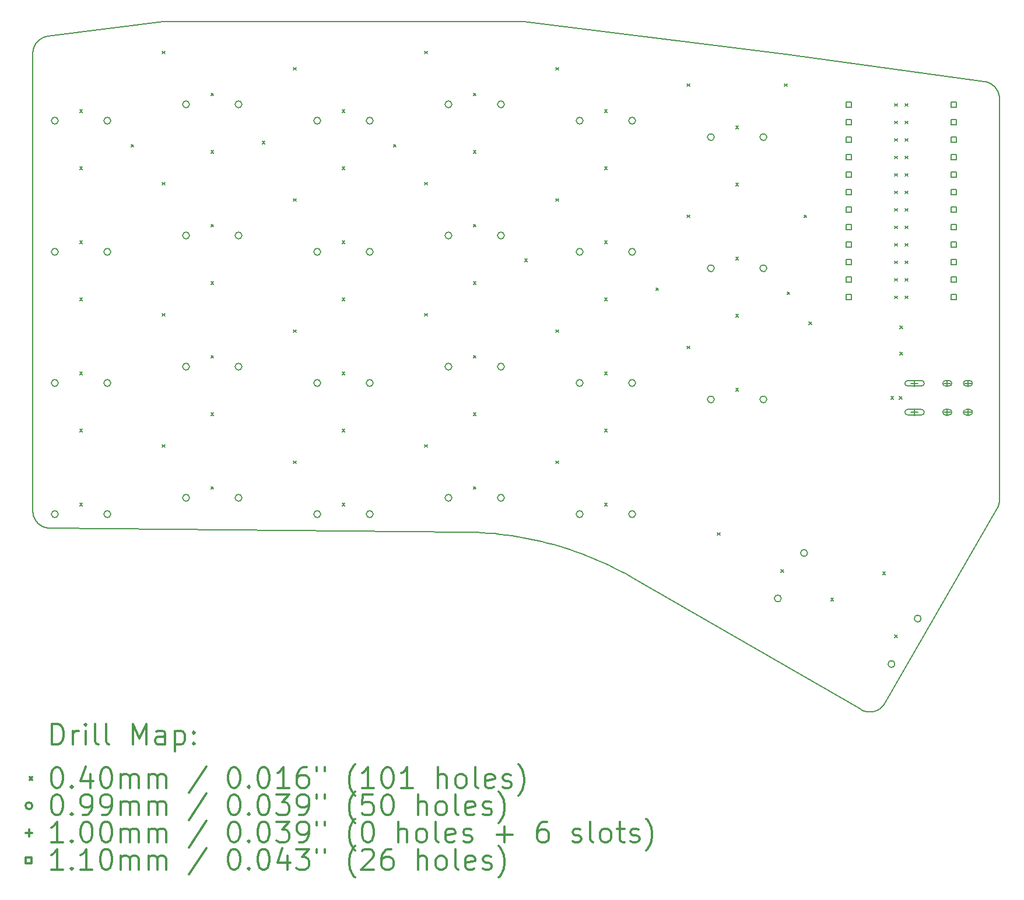
<source format=gbr>
%FSLAX45Y45*%
G04 Gerber Fmt 4.5, Leading zero omitted, Abs format (unit mm)*
G04 Created by KiCad (PCBNEW (5.1.9)-1) date 2021-08-27 08:54:17*
%MOMM*%
%LPD*%
G01*
G04 APERTURE LIST*
%TA.AperFunction,Profile*%
%ADD10C,0.150000*%
%TD*%
%ADD11C,0.200000*%
%ADD12C,0.300000*%
G04 APERTURE END LIST*
D10*
X26545438Y-19308693D02*
X26549438Y-19306993D01*
X26529038Y-19314593D02*
X26533238Y-19313193D01*
X26576738Y-19293393D02*
X26580638Y-19291093D01*
X26569138Y-19297593D02*
X26573038Y-19295493D01*
X26557438Y-19303393D02*
X26561538Y-19301493D01*
X26508138Y-19320493D02*
X26512238Y-19319493D01*
X26541338Y-19310293D02*
X26545438Y-19308693D01*
X26533238Y-19313193D02*
X26537338Y-19311793D01*
X26512238Y-19319493D02*
X26516538Y-19318293D01*
X26524838Y-19315993D02*
X26529038Y-19314593D01*
X26580638Y-19291093D02*
X26584238Y-19288893D01*
X26573038Y-19295493D02*
X26576738Y-19293393D01*
X26503838Y-19321393D02*
X26508138Y-19320493D01*
X26565238Y-19299593D02*
X26569138Y-19297593D01*
X26561538Y-19301493D02*
X26565238Y-19299593D01*
X26490838Y-19323793D02*
X26495238Y-19323093D01*
X26516538Y-19318293D02*
X26520738Y-19317193D01*
X26549438Y-19306993D02*
X26553438Y-19305293D01*
X26520738Y-19317193D02*
X26524838Y-19315993D01*
X26495238Y-19323093D02*
X26499438Y-19322293D01*
X26553438Y-19305293D02*
X26557438Y-19303393D01*
X26499438Y-19322293D02*
X26503838Y-19321393D01*
X26537338Y-19311793D02*
X26541338Y-19310293D01*
X28214838Y-10204763D02*
X28210938Y-10202503D01*
X28187738Y-10190663D02*
X28183738Y-10188913D01*
X28218438Y-10207013D02*
X28214838Y-10204763D01*
X28199438Y-10196253D02*
X28195638Y-10194373D01*
X28150638Y-10177543D02*
X28146438Y-10176453D01*
X28195638Y-10194373D02*
X28191638Y-10192443D01*
X28154938Y-10178733D02*
X28150638Y-10177543D01*
X28210938Y-10202503D02*
X28207238Y-10200373D01*
X28167438Y-10182663D02*
X28163238Y-10181263D01*
X28159038Y-10179943D02*
X28154938Y-10178733D01*
X28163238Y-10181263D02*
X28159038Y-10179943D01*
X28171538Y-10184113D02*
X28167438Y-10182663D01*
X28207238Y-10200373D02*
X28203338Y-10198303D01*
X28229338Y-10214213D02*
X28225838Y-10211813D01*
X28222138Y-10209343D02*
X28218438Y-10207013D01*
X28191638Y-10192443D02*
X28187738Y-10190663D01*
X28142338Y-10175453D02*
X28137938Y-10174493D01*
X28203338Y-10198303D02*
X28199438Y-10196253D01*
X28179638Y-10187223D02*
X28175638Y-10185633D01*
X28225838Y-10211813D02*
X28222138Y-10209343D01*
X28146438Y-10176453D02*
X28142338Y-10175453D01*
X28175638Y-10185633D02*
X28171538Y-10184113D01*
X28183738Y-10188913D02*
X28179638Y-10187223D01*
X28236438Y-10219323D02*
X28232938Y-10216803D01*
X28246738Y-10227523D02*
X28243338Y-10224753D01*
X28265838Y-10245403D02*
X28262738Y-10242253D01*
X28290838Y-10275683D02*
X28288238Y-10272053D01*
X28271738Y-10251733D02*
X28268838Y-10248513D01*
X28288238Y-10272053D02*
X28285738Y-10268643D01*
X28268838Y-10248513D02*
X28265838Y-10245403D01*
X28285738Y-10268643D02*
X28283038Y-10265113D01*
X28243338Y-10224753D02*
X28239938Y-10222033D01*
X28250038Y-10230363D02*
X28246738Y-10227523D01*
X28280238Y-10261693D02*
X28277538Y-10258333D01*
X28259638Y-10239163D02*
X28256538Y-10236213D01*
X28256538Y-10236213D02*
X28253338Y-10233263D01*
X28298038Y-10286573D02*
X28295638Y-10282903D01*
X28283038Y-10265113D02*
X28280238Y-10261693D01*
X28253338Y-10233263D02*
X28250038Y-10230363D01*
X28277538Y-10258333D02*
X28274638Y-10255013D01*
X28295638Y-10282903D02*
X28293238Y-10279163D01*
X28293238Y-10279163D02*
X28290838Y-10275683D01*
X28239938Y-10222033D02*
X28236438Y-10219323D01*
X28262738Y-10242253D02*
X28259638Y-10239163D01*
X28232938Y-10216803D02*
X28229338Y-10214213D01*
X28274638Y-10255013D02*
X28271738Y-10251733D01*
X14304533Y-16445713D02*
X14305245Y-16449973D01*
X14303884Y-16441373D02*
X14304533Y-16445713D01*
X14390751Y-16598093D02*
X14394114Y-16600863D01*
X14318057Y-16496173D02*
X14319641Y-16500193D01*
X14337179Y-16535373D02*
X14339430Y-16539043D01*
X14306047Y-16454293D02*
X14306913Y-16458553D01*
X14305245Y-16449973D02*
X14306047Y-16454293D01*
X14384155Y-16592353D02*
X14387431Y-16595253D01*
X14380934Y-16589403D02*
X14384155Y-16592353D01*
X14316529Y-16492093D02*
X14318057Y-16496173D01*
X14323080Y-16508293D02*
X14324859Y-16512203D01*
X14368631Y-16577103D02*
X14371582Y-16580213D01*
X14365679Y-16573883D02*
X14368631Y-16577103D01*
X14357173Y-16563923D02*
X14359945Y-16567283D01*
X14309964Y-16471253D02*
X14311151Y-16475533D01*
X14313684Y-16483823D02*
X14315080Y-16487993D01*
X14346632Y-16549933D02*
X14349224Y-16553563D01*
X14319641Y-16500193D02*
X14321330Y-16504273D01*
X14308871Y-16467033D02*
X14309964Y-16471253D01*
X14339430Y-16539043D02*
X14341763Y-16542703D01*
X14359945Y-16567283D02*
X14362780Y-16570603D01*
X14341763Y-16542703D02*
X14344238Y-16546443D01*
X14332797Y-16527783D02*
X14334927Y-16531553D01*
X14401060Y-16606283D02*
X14404469Y-16608813D01*
X14324859Y-16512203D02*
X14326794Y-16516253D01*
X14321330Y-16504273D02*
X14323080Y-16508293D01*
X14394114Y-16600863D02*
X14397534Y-16603583D01*
X14328675Y-16520033D02*
X14330722Y-16523963D01*
X14377822Y-16586453D02*
X14380934Y-16589403D01*
X14387431Y-16595253D02*
X14390751Y-16598093D01*
X14312364Y-16479633D02*
X14313684Y-16483823D01*
X14397534Y-16603583D02*
X14401060Y-16606283D01*
X14306913Y-16458553D02*
X14307872Y-16462873D01*
X14374676Y-16583353D02*
X14377822Y-16586453D01*
X14311151Y-16475533D02*
X14312364Y-16479633D01*
X14371582Y-16580213D02*
X14374676Y-16583353D01*
X14362780Y-16570603D02*
X14365679Y-16573883D01*
X14351747Y-16556973D02*
X14354452Y-16560503D01*
X14334927Y-16531553D02*
X14337179Y-16535373D01*
X14349224Y-16553563D02*
X14351747Y-16556973D01*
X14315080Y-16487993D02*
X14316529Y-16492093D01*
X14307872Y-16462873D02*
X14308871Y-16467033D01*
X14344238Y-16546443D02*
X14346632Y-16549933D01*
X14326794Y-16516253D02*
X14328675Y-16520033D01*
X14354452Y-16560503D02*
X14357173Y-16563923D01*
X14330722Y-16523963D02*
X14332797Y-16527783D01*
X14302064Y-16424063D02*
X14302400Y-16428343D01*
X14301588Y-9751634D02*
X14301481Y-9756046D01*
X14319432Y-9666759D02*
X14317878Y-9670726D01*
X14301766Y-9747296D02*
X14301588Y-9751634D01*
X14305938Y-9712704D02*
X14305148Y-9717023D01*
X14346382Y-9616861D02*
X14343878Y-9620522D01*
X14317878Y-9670726D02*
X14316334Y-9674886D01*
X14343878Y-9620522D02*
X14341482Y-9624158D01*
X14351513Y-9609770D02*
X14348840Y-9613402D01*
X14303245Y-9729964D02*
X14302769Y-9734236D01*
X14301605Y-16415293D02*
X14301797Y-16419703D01*
X14301452Y-9759912D02*
X14301452Y-16406493D01*
X14302769Y-9734236D02*
X14302357Y-9738603D01*
X14314888Y-9678995D02*
X14313548Y-9683035D01*
X14322842Y-9658673D02*
X14321112Y-9662678D01*
X14303317Y-16437063D02*
X14303884Y-16441373D01*
X14304449Y-9721259D02*
X14303814Y-9725561D01*
X14301452Y-16406493D02*
X14301492Y-16410963D01*
X14302400Y-16428343D02*
X14302818Y-16432673D01*
X14302357Y-9738603D02*
X14302023Y-9742990D01*
X14301797Y-16419703D02*
X14302064Y-16424063D01*
X14308746Y-9699904D02*
X14307742Y-9704127D01*
X14316334Y-9674886D02*
X14314888Y-9678995D01*
X14301492Y-16410963D02*
X14301605Y-16415293D01*
X14312191Y-9687366D02*
X14310997Y-9691434D01*
X14301481Y-9756046D02*
X14301452Y-9759912D01*
X14305148Y-9717023D02*
X14304449Y-9721259D01*
X14334686Y-9635304D02*
X14332547Y-9639105D01*
X14306806Y-9708388D02*
X14305938Y-9712704D01*
X14309828Y-9695685D02*
X14308746Y-9699904D01*
X14339176Y-9627797D02*
X14336843Y-9631622D01*
X14310997Y-9691434D02*
X14309828Y-9695685D01*
X14326525Y-9650728D02*
X14324652Y-9654680D01*
X14328450Y-9646851D02*
X14326525Y-9650728D01*
X14330451Y-9642981D02*
X14328450Y-9646851D01*
X14332547Y-9639105D02*
X14330451Y-9642981D01*
X14348840Y-9613402D02*
X14346382Y-9616861D01*
X14341482Y-9624158D02*
X14339176Y-9627797D01*
X14303814Y-9725561D02*
X14303245Y-9729964D01*
X14336843Y-9631622D02*
X14334686Y-9635304D01*
X14321112Y-9662678D02*
X14319432Y-9666759D01*
X14302023Y-9742990D02*
X14301766Y-9747296D01*
X14302818Y-16432673D02*
X14303317Y-16437063D01*
X14324652Y-9654680D02*
X14322842Y-9658673D01*
X14313548Y-9683035D02*
X14312191Y-9687366D01*
X14307742Y-9704127D02*
X14306806Y-9708388D01*
X14465406Y-9525127D02*
X14461328Y-9526662D01*
X14461328Y-9526662D02*
X14457359Y-9528233D01*
X14477778Y-9520955D02*
X14473689Y-9522255D01*
X14354087Y-9606401D02*
X14351513Y-9609770D01*
X14356817Y-9602954D02*
X14354087Y-9606401D01*
X14359584Y-9599585D02*
X14356817Y-9602954D01*
X14377444Y-9580350D02*
X14374296Y-9583458D01*
X14511750Y-9513025D02*
X14507478Y-9513750D01*
X14404057Y-9557925D02*
X14400549Y-9560533D01*
X14490415Y-9517419D02*
X14486253Y-9518506D01*
X14383761Y-9574434D02*
X14380542Y-9577397D01*
X14457359Y-9528233D02*
X14453234Y-9529954D01*
X14469534Y-9523654D02*
X14465406Y-9525127D01*
X14449267Y-9531688D02*
X14445285Y-9533514D01*
X14362434Y-9596231D02*
X14359584Y-9599585D01*
X14400549Y-9560533D02*
X14397088Y-9563202D01*
X14486253Y-9518506D02*
X14482022Y-9519688D01*
X14390290Y-9568730D02*
X14387040Y-9571519D01*
X14365286Y-9592993D02*
X14362434Y-9596231D01*
X14371212Y-9586609D02*
X14368254Y-9589738D01*
X14507478Y-9513750D02*
X14503260Y-9514542D01*
X14397088Y-9563202D02*
X14393727Y-9565887D01*
X14407624Y-9555370D02*
X14404057Y-9557925D01*
X14418560Y-9548099D02*
X14414834Y-9550484D01*
X14482022Y-9519688D02*
X14477778Y-9520955D01*
X14441444Y-9535358D02*
X14437429Y-9537369D01*
X14473689Y-9522255D02*
X14469534Y-9523654D01*
X14494708Y-9516379D02*
X14490415Y-9517419D01*
X14516154Y-9512358D02*
X14511750Y-9513025D01*
X14498965Y-9515424D02*
X14494708Y-9516379D01*
X14503260Y-9514542D02*
X14498965Y-9515424D01*
X14520430Y-9511784D02*
X14516154Y-9512358D01*
X14368254Y-9589738D02*
X14365286Y-9592993D01*
X14445285Y-9533514D02*
X14441444Y-9535358D01*
X14374296Y-9583458D02*
X14371212Y-9586609D01*
X14393727Y-9565887D02*
X14390290Y-9568730D01*
X14414834Y-9550484D02*
X14411193Y-9552905D01*
X14422224Y-9545842D02*
X14418560Y-9548099D01*
X14437429Y-9537369D02*
X14433622Y-9539362D01*
X14429783Y-9541457D02*
X14425947Y-9543639D01*
X14433622Y-9539362D02*
X14429783Y-9541457D01*
X14411193Y-9552905D02*
X14407624Y-9555370D01*
X14380542Y-9577397D02*
X14377444Y-9580350D01*
X14425947Y-9543639D02*
X14422224Y-9545842D01*
X14387040Y-9571519D02*
X14383761Y-9574434D01*
X14453234Y-9529954D02*
X14449267Y-9531688D01*
X16192768Y-9302742D02*
X14520430Y-9511784D01*
X16197708Y-9302176D02*
X16192768Y-9302742D01*
X16202078Y-9301753D02*
X16197708Y-9302176D01*
X16206338Y-9301419D02*
X16202078Y-9301753D01*
X16210698Y-9301152D02*
X16206338Y-9301419D01*
X21411678Y-9301178D02*
X21407308Y-9300977D01*
X25227038Y-9777293D02*
X21429078Y-9302736D01*
X21402938Y-9300853D02*
X21398158Y-9300807D01*
X16219428Y-9300847D02*
X16215108Y-9300960D01*
X28125138Y-10172113D02*
X28119838Y-10171333D01*
X16223908Y-9300807D02*
X16219428Y-9300847D01*
X21407308Y-9300977D02*
X21402938Y-9300853D01*
X21429078Y-9302736D02*
X21424808Y-9302240D01*
X28133738Y-10173623D02*
X28129338Y-10172823D01*
X21398158Y-9300807D02*
X16223908Y-9300807D01*
X21415998Y-9301453D02*
X21411678Y-9301178D01*
X21420408Y-9301808D02*
X21415998Y-9301453D01*
X21424808Y-9302240D02*
X21420408Y-9301808D01*
X25229538Y-9777620D02*
X25227038Y-9777293D01*
X28129338Y-10172823D02*
X28125138Y-10172113D01*
X16215108Y-9300960D02*
X16210698Y-9301152D01*
X28119838Y-10171333D02*
X25229538Y-9777620D01*
X28137938Y-10174493D02*
X28133738Y-10173623D01*
X26628538Y-19253693D02*
X26631638Y-19250493D01*
X26595238Y-19281693D02*
X26598738Y-19279093D01*
X26643338Y-19237493D02*
X26646138Y-19234193D01*
X26631638Y-19250493D02*
X26634638Y-19247393D01*
X26648838Y-19230793D02*
X26651438Y-19227293D01*
X26646138Y-19234193D02*
X26648838Y-19230793D01*
X26637538Y-19244193D02*
X26640438Y-19240893D01*
X26622338Y-19259693D02*
X26625438Y-19256693D01*
X26591538Y-19284093D02*
X26595238Y-19281693D01*
X26654038Y-19223793D02*
X26656638Y-19220193D01*
X26584238Y-19288893D02*
X26587938Y-19286493D01*
X26634638Y-19247393D02*
X26637538Y-19244193D01*
X26651438Y-19227293D02*
X26654038Y-19223793D01*
X26602238Y-19276493D02*
X26605738Y-19273793D01*
X26615838Y-19265493D02*
X26619038Y-19262693D01*
X26612438Y-19268393D02*
X26615838Y-19265493D01*
X26587938Y-19286493D02*
X26591538Y-19284093D01*
X26605738Y-19273793D02*
X26609138Y-19271193D01*
X26609138Y-19271193D02*
X26612438Y-19268393D01*
X26598738Y-19279093D02*
X26602238Y-19276493D01*
X26625438Y-19256693D02*
X26628538Y-19253693D01*
X26619038Y-19262693D02*
X26622338Y-19259693D01*
X26640438Y-19240893D02*
X26643338Y-19237493D01*
X28300238Y-10290243D02*
X28298038Y-10286573D01*
X28302538Y-10294063D02*
X28300238Y-10290243D01*
X28317838Y-10325423D02*
X28316138Y-10321343D01*
X28330538Y-10367063D02*
X28329538Y-10362743D01*
X28304638Y-10297833D02*
X28302538Y-10294063D01*
X28322338Y-10337613D02*
X28320938Y-10333523D01*
X28310638Y-10309353D02*
X28308738Y-10305583D01*
X28326338Y-10350073D02*
X28325038Y-10345973D01*
X28320938Y-10333523D02*
X28319438Y-10329433D01*
X28327438Y-10354353D02*
X28326338Y-10350073D01*
X28312638Y-10313413D02*
X28310638Y-10309353D01*
X28332938Y-10379903D02*
X28332238Y-10375643D01*
X28314338Y-10317313D02*
X28312638Y-10313413D01*
X28308738Y-10305583D02*
X28306738Y-10301653D01*
X28306738Y-10301653D02*
X28304638Y-10297833D01*
X28323738Y-10341793D02*
X28322338Y-10337613D01*
X28329538Y-10362743D02*
X28328538Y-10358583D01*
X28316138Y-10321343D02*
X28314338Y-10317313D01*
X28325038Y-10345973D02*
X28323738Y-10341793D01*
X28328538Y-10358583D02*
X28327438Y-10354353D01*
X28319438Y-10329433D02*
X28317838Y-10325423D01*
X28331438Y-10371323D02*
X28330538Y-10367063D01*
X28332238Y-10375643D02*
X28331438Y-10371323D01*
X28332938Y-16283863D02*
X28333538Y-16279613D01*
X28332238Y-16288203D02*
X28332938Y-16283863D01*
X28335338Y-10401553D02*
X28335038Y-10397263D01*
X28335938Y-10414643D02*
X28335838Y-10410323D01*
X28335938Y-16249163D02*
X28336038Y-16244823D01*
X28333538Y-16279613D02*
X28334138Y-16275203D01*
X28335438Y-16262183D02*
X28335638Y-16257893D01*
X28335638Y-16257893D02*
X28335838Y-16253493D01*
X28334138Y-10388553D02*
X28333538Y-10384233D01*
X28335038Y-10397263D02*
X28334638Y-10392943D01*
X28335638Y-10405913D02*
X28335338Y-10401553D01*
X28331438Y-16292523D02*
X28332238Y-16288203D01*
X28333538Y-10384233D02*
X28332938Y-10379903D01*
X28330538Y-16296723D02*
X28331438Y-16292523D01*
X28334638Y-10392943D02*
X28334138Y-10388553D01*
X28335838Y-10410323D02*
X28335638Y-10405913D01*
X28336038Y-10419123D02*
X28335938Y-10414643D01*
X28336038Y-16244823D02*
X28336038Y-10419123D01*
X28335038Y-16266553D02*
X28335438Y-16262183D01*
X28329638Y-16301043D02*
X28330538Y-16296723D01*
X28334638Y-16270953D02*
X28335038Y-16266553D01*
X28335838Y-16253493D02*
X28335938Y-16249163D01*
X28334138Y-16275203D02*
X28334638Y-16270953D01*
X28320938Y-16330223D02*
X28322338Y-16326213D01*
X28306738Y-16362133D02*
X28308838Y-16358263D01*
X28317838Y-16338453D02*
X28319438Y-16334423D01*
X28308838Y-16358263D02*
X28310738Y-16354403D01*
X26656638Y-19220193D02*
X26659038Y-19216693D01*
X28312638Y-16350443D02*
X28314438Y-16346453D01*
X26666138Y-19205593D02*
X26668338Y-19201893D01*
X28314438Y-16346453D02*
X28316138Y-16342463D01*
X26668338Y-19201893D02*
X28302538Y-16369843D01*
X26661438Y-19212993D02*
X26663838Y-19209293D01*
X28327438Y-16309563D02*
X28328638Y-16305173D01*
X28302538Y-16369843D02*
X28304638Y-16366003D01*
X28322338Y-16326213D02*
X28323838Y-16322013D01*
X28319438Y-16334423D02*
X28320938Y-16330223D01*
X28310738Y-16354403D02*
X28312638Y-16350443D01*
X26659038Y-19216693D02*
X26661438Y-19212993D01*
X28328638Y-16305173D02*
X28329638Y-16301043D01*
X28326338Y-16313683D02*
X28327438Y-16309563D01*
X28325038Y-16317893D02*
X28326338Y-16313683D01*
X28316138Y-16342463D02*
X28317838Y-16338453D01*
X28323838Y-16322013D02*
X28325038Y-16317893D01*
X26663838Y-19209293D02*
X26666138Y-19205593D01*
X28304638Y-16366003D02*
X28306738Y-16362133D01*
X26330538Y-19295493D02*
X26334438Y-19297593D01*
X26416938Y-19324393D02*
X26421338Y-19324993D01*
X26334438Y-19297593D02*
X26338338Y-19299593D01*
X22906948Y-17321173D02*
X23017428Y-17383093D01*
X26434338Y-19326293D02*
X26438738Y-19326493D01*
X26443038Y-19326693D02*
X26447438Y-19326793D01*
X26395538Y-19320493D02*
X26399838Y-19321393D01*
X22272408Y-17031413D02*
X22353858Y-17062753D01*
X21857668Y-16896313D02*
X21941538Y-16920423D01*
X21773388Y-16873663D02*
X21857668Y-16896313D01*
X22673798Y-17202153D02*
X22752198Y-17240473D01*
X26338338Y-19299593D02*
X26342238Y-19301593D01*
X26326838Y-19293393D02*
X26330538Y-19295493D01*
X22024968Y-16946003D02*
X22107938Y-16973033D01*
X26451838Y-19326893D02*
X26456238Y-19326793D01*
X26346138Y-19303493D02*
X26350038Y-19305193D01*
X26421338Y-19324993D02*
X26425738Y-19325493D01*
X26399838Y-19321393D02*
X26404138Y-19322293D01*
X22752198Y-17240473D02*
X22829928Y-17280153D01*
X21941538Y-16920423D02*
X22024968Y-16946003D01*
X26412738Y-19323793D02*
X26416938Y-19324393D01*
X21432728Y-16797863D02*
X21518378Y-16814583D01*
X26429938Y-19325893D02*
X26434338Y-19326293D01*
X22353858Y-17062753D02*
X22434738Y-17095503D01*
X26447438Y-19326793D02*
X26451838Y-19326893D01*
X22829928Y-17280153D02*
X22906948Y-17321173D01*
X26391338Y-19319493D02*
X26395538Y-19320493D01*
X26404138Y-19322293D02*
X26408438Y-19323093D01*
X26378738Y-19315993D02*
X26382938Y-19317193D01*
X26354138Y-19306993D02*
X26358138Y-19308693D01*
X22190428Y-17001503D02*
X22272408Y-17031413D01*
X23017428Y-17383093D02*
X26326838Y-19293393D01*
X22515048Y-17129663D02*
X22594738Y-17165213D01*
X22434738Y-17095503D02*
X22515048Y-17129663D01*
X22594738Y-17165213D02*
X22673798Y-17202153D01*
X22107938Y-16973033D02*
X22190428Y-17001503D01*
X26350038Y-19305193D02*
X26354138Y-19306993D01*
X21688738Y-16852483D02*
X21773388Y-16873663D01*
X26408438Y-19323093D02*
X26412738Y-19323793D01*
X21603718Y-16832783D02*
X21688738Y-16852483D01*
X26438738Y-19326493D02*
X26443038Y-19326693D01*
X26382938Y-19317193D02*
X26387038Y-19318293D01*
X26358138Y-19308693D02*
X26362138Y-19310293D01*
X26366238Y-19311793D02*
X26370438Y-19313293D01*
X26374538Y-19314593D02*
X26378738Y-19315993D01*
X26362138Y-19310293D02*
X26366238Y-19311793D01*
X26387038Y-19318293D02*
X26391338Y-19319493D01*
X21518378Y-16814583D02*
X21603718Y-16832783D01*
X26425738Y-19325493D02*
X26429938Y-19325893D01*
X26370438Y-19313293D02*
X26374538Y-19314593D01*
X26342238Y-19301593D02*
X26346138Y-19303493D01*
X14478398Y-16645673D02*
X14482496Y-16646883D01*
X21087608Y-16746013D02*
X21174218Y-16756713D01*
X14516658Y-16654153D02*
X14520968Y-16654713D01*
X14474214Y-16644353D02*
X14478398Y-16645673D01*
X14441777Y-16631243D02*
X14445834Y-16633173D01*
X14461857Y-16639973D02*
X14465945Y-16641503D01*
X14411586Y-16613793D02*
X14415325Y-16616273D01*
X20652498Y-16715253D02*
X20739708Y-16718363D01*
X14465945Y-16641503D02*
X14470036Y-16642953D01*
X14525360Y-16655213D02*
X14529687Y-16655633D01*
X14542773Y-16656433D02*
X14549102Y-16656573D01*
X14426484Y-16623103D02*
X14430249Y-16625233D01*
X14408103Y-16611403D02*
X14411586Y-16613793D01*
X14449736Y-16634953D02*
X14453761Y-16636703D01*
X14512319Y-16653503D02*
X14516658Y-16654153D01*
X21174218Y-16756713D02*
X21260618Y-16768923D01*
X14495161Y-16650163D02*
X14499481Y-16651123D01*
X21000828Y-16736823D02*
X21087608Y-16746013D01*
X20913898Y-16729153D02*
X21000828Y-16736823D01*
X20739708Y-16718363D02*
X20826848Y-16723003D01*
X14533970Y-16655973D02*
X14538360Y-16656233D01*
X14508061Y-16652783D02*
X14512319Y-16653503D01*
X14503739Y-16651983D02*
X14508061Y-16652783D01*
X14499481Y-16651123D02*
X14503739Y-16651983D01*
X14491000Y-16649163D02*
X14495161Y-16650163D01*
X14430249Y-16625233D02*
X14434071Y-16627313D01*
X14453761Y-16636703D02*
X14457838Y-16638393D01*
X14438002Y-16629353D02*
X14441777Y-16631243D01*
X14470036Y-16642953D02*
X14474214Y-16644353D01*
X20826848Y-16723003D02*
X20913898Y-16729153D01*
X20565248Y-16713663D02*
X20652498Y-16715253D01*
X14538360Y-16656233D02*
X14542773Y-16656433D01*
X14457838Y-16638393D02*
X14461857Y-16639973D01*
X14422662Y-16620853D02*
X14426484Y-16623103D01*
X14418989Y-16618603D02*
X14422662Y-16620853D01*
X21346798Y-16782643D02*
X21432728Y-16797863D01*
X21260618Y-16768923D02*
X21346798Y-16782643D01*
X14434071Y-16627313D02*
X14438002Y-16629353D01*
X14549102Y-16656573D02*
X20565248Y-16713663D01*
X14482496Y-16646883D02*
X14486776Y-16648073D01*
X14520968Y-16654713D02*
X14525360Y-16655213D01*
X14529687Y-16655633D02*
X14533970Y-16655973D01*
X14415325Y-16616273D02*
X14418989Y-16618603D01*
X14486776Y-16648073D02*
X14491000Y-16649163D01*
X14445834Y-16633173D02*
X14449736Y-16634953D01*
X14404469Y-16608813D02*
X14408103Y-16611403D01*
X26486538Y-19324393D02*
X26490838Y-19323793D01*
X26460538Y-19326693D02*
X26464938Y-19326493D01*
X26482338Y-19324993D02*
X26486538Y-19324393D01*
X26469238Y-19326293D02*
X26473638Y-19325893D01*
X26473638Y-19325893D02*
X26477938Y-19325493D01*
X26464938Y-19326493D02*
X26469238Y-19326293D01*
X26477938Y-19325493D02*
X26482338Y-19324993D01*
X26456238Y-19326793D02*
X26460538Y-19326693D01*
D11*
X14981938Y-10576607D02*
X15021938Y-10616607D01*
X15021938Y-10576607D02*
X14981938Y-10616607D01*
X14981942Y-11410053D02*
X15021942Y-11450053D01*
X15021942Y-11410053D02*
X14981942Y-11450053D01*
X14981942Y-12481620D02*
X15021942Y-12521620D01*
X15021942Y-12481620D02*
X14981942Y-12521620D01*
X14981942Y-13315061D02*
X15021942Y-13355061D01*
X15021942Y-13315061D02*
X14981942Y-13355061D01*
X14981942Y-14386628D02*
X15021942Y-14426628D01*
X15021942Y-14386628D02*
X14981942Y-14426628D01*
X14981942Y-15220069D02*
X15021942Y-15260069D01*
X15021942Y-15220069D02*
X14981942Y-15260069D01*
X14981942Y-16291636D02*
X15021942Y-16331636D01*
X15021942Y-16291636D02*
X14981942Y-16331636D01*
X15726134Y-11082613D02*
X15766134Y-11122613D01*
X15766134Y-11082613D02*
X15726134Y-11122613D01*
X16178442Y-13537287D02*
X16218442Y-13577287D01*
X16218442Y-13537287D02*
X16178442Y-13577287D01*
X16178446Y-9727292D02*
X16218446Y-9767292D01*
X16218446Y-9727292D02*
X16178446Y-9767292D01*
X16178446Y-11632300D02*
X16218446Y-11672300D01*
X16218446Y-11632300D02*
X16178446Y-11672300D01*
X16178446Y-15442316D02*
X16218446Y-15482316D01*
X16218446Y-15442316D02*
X16178446Y-15482316D01*
X16886938Y-10338482D02*
X16926938Y-10378482D01*
X16926938Y-10338482D02*
X16886938Y-10378482D01*
X16886942Y-12243495D02*
X16926942Y-12283495D01*
X16926942Y-12243495D02*
X16886942Y-12283495D01*
X16886942Y-14148503D02*
X16926942Y-14188503D01*
X16926942Y-14148503D02*
X16886942Y-14188503D01*
X16886942Y-16053511D02*
X16926942Y-16093511D01*
X16926942Y-16053511D02*
X16886942Y-16093511D01*
X16886954Y-11171932D02*
X16926954Y-11211932D01*
X16926954Y-11171932D02*
X16886954Y-11211932D01*
X16886954Y-13076940D02*
X16926954Y-13116940D01*
X16926954Y-13076940D02*
X16886954Y-13116940D01*
X16886954Y-14981948D02*
X16926954Y-15021948D01*
X16926954Y-14981948D02*
X16886954Y-15021948D01*
X17631146Y-11035357D02*
X17671146Y-11075357D01*
X17671146Y-11035357D02*
X17631146Y-11075357D01*
X18083430Y-13775408D02*
X18123430Y-13815408D01*
X18123430Y-13775408D02*
X18083430Y-13815408D01*
X18083434Y-9965413D02*
X18123434Y-10005413D01*
X18123434Y-9965413D02*
X18083434Y-10005413D01*
X18083434Y-11870421D02*
X18123434Y-11910421D01*
X18123434Y-11870421D02*
X18083434Y-11910421D01*
X18083434Y-15680437D02*
X18123434Y-15720437D01*
X18123434Y-15680437D02*
X18083434Y-15720437D01*
X18791938Y-10576607D02*
X18831938Y-10616607D01*
X18831938Y-10576607D02*
X18791938Y-10616607D01*
X18791942Y-11410053D02*
X18831942Y-11450053D01*
X18831942Y-11410053D02*
X18791942Y-11450053D01*
X18791942Y-12481620D02*
X18831942Y-12521620D01*
X18831942Y-12481620D02*
X18791942Y-12521620D01*
X18791942Y-13315061D02*
X18831942Y-13355061D01*
X18831942Y-13315061D02*
X18791942Y-13355061D01*
X18791942Y-14386628D02*
X18831942Y-14426628D01*
X18831942Y-14386628D02*
X18791942Y-14426628D01*
X18791942Y-15220069D02*
X18831942Y-15260069D01*
X18831942Y-15220069D02*
X18791942Y-15260069D01*
X18791942Y-16291636D02*
X18831942Y-16331636D01*
X18831942Y-16291636D02*
X18791942Y-16331636D01*
X19536154Y-11082618D02*
X19576154Y-11122618D01*
X19576154Y-11082618D02*
X19536154Y-11122618D01*
X19988430Y-13537283D02*
X20028430Y-13577283D01*
X20028430Y-13537283D02*
X19988430Y-13577283D01*
X19988434Y-9727288D02*
X20028434Y-9767288D01*
X20028434Y-9727288D02*
X19988434Y-9767288D01*
X19988434Y-11632296D02*
X20028434Y-11672296D01*
X20028434Y-11632296D02*
X19988434Y-11672296D01*
X19988434Y-15442312D02*
X20028434Y-15482312D01*
X20028434Y-15442312D02*
X19988434Y-15482312D01*
X20696942Y-11171928D02*
X20736942Y-11211928D01*
X20736942Y-11171928D02*
X20696942Y-11211928D01*
X20696942Y-13076936D02*
X20736942Y-13116936D01*
X20736942Y-13076936D02*
X20696942Y-13116936D01*
X20696942Y-14981944D02*
X20736942Y-15021944D01*
X20736942Y-14981944D02*
X20696942Y-15021944D01*
X20696966Y-10338486D02*
X20736966Y-10378486D01*
X20736966Y-10338486D02*
X20696966Y-10378486D01*
X20696970Y-12243499D02*
X20736970Y-12283499D01*
X20736970Y-12243499D02*
X20696970Y-12283499D01*
X20696970Y-14148507D02*
X20736970Y-14188507D01*
X20736970Y-14148507D02*
X20696970Y-14188507D01*
X20696970Y-16053515D02*
X20736970Y-16093515D01*
X20736970Y-16053515D02*
X20696970Y-16093515D01*
X21441162Y-12749492D02*
X21481162Y-12789492D01*
X21481162Y-12749492D02*
X21441162Y-12789492D01*
X21893430Y-13775408D02*
X21933430Y-13815408D01*
X21933430Y-13775408D02*
X21893430Y-13815408D01*
X21893434Y-9965413D02*
X21933434Y-10005413D01*
X21933434Y-9965413D02*
X21893434Y-10005413D01*
X21893434Y-11870421D02*
X21933434Y-11910421D01*
X21933434Y-11870421D02*
X21893434Y-11910421D01*
X21893434Y-15680437D02*
X21933434Y-15720437D01*
X21933434Y-15680437D02*
X21893434Y-15720437D01*
X22601942Y-11410053D02*
X22641942Y-11450053D01*
X22641942Y-11410053D02*
X22601942Y-11450053D01*
X22601942Y-13315061D02*
X22641942Y-13355061D01*
X22641942Y-13315061D02*
X22601942Y-13355061D01*
X22601942Y-15220069D02*
X22641942Y-15260069D01*
X22641942Y-15220069D02*
X22601942Y-15260069D01*
X22601974Y-10576612D02*
X22641974Y-10616612D01*
X22641974Y-10576612D02*
X22601974Y-10616612D01*
X22601978Y-12481625D02*
X22641978Y-12521625D01*
X22641978Y-12481625D02*
X22601978Y-12521625D01*
X22601978Y-14386633D02*
X22641978Y-14426633D01*
X22641978Y-14386633D02*
X22601978Y-14426633D01*
X22601978Y-16291641D02*
X22641978Y-16331641D01*
X22641978Y-16291641D02*
X22601978Y-16331641D01*
X23346170Y-13166171D02*
X23386170Y-13206171D01*
X23386170Y-13166171D02*
X23346170Y-13206171D01*
X23798430Y-14013533D02*
X23838430Y-14053533D01*
X23838430Y-14013533D02*
X23798430Y-14053533D01*
X23798434Y-10203538D02*
X23838434Y-10243538D01*
X23838434Y-10203538D02*
X23798434Y-10243538D01*
X23798434Y-12108546D02*
X23838434Y-12148546D01*
X23838434Y-12108546D02*
X23798434Y-12148546D01*
X24236916Y-16721138D02*
X24276916Y-16761138D01*
X24276916Y-16721138D02*
X24236916Y-16761138D01*
X24506938Y-10814732D02*
X24546938Y-10854732D01*
X24546938Y-10814732D02*
X24506938Y-10854732D01*
X24506942Y-11648178D02*
X24546942Y-11688178D01*
X24546942Y-11648178D02*
X24506942Y-11688178D01*
X24506942Y-12719745D02*
X24546942Y-12759745D01*
X24546942Y-12719745D02*
X24506942Y-12759745D01*
X24506942Y-13553186D02*
X24546942Y-13593186D01*
X24546942Y-13553186D02*
X24506942Y-13593186D01*
X24506942Y-14624753D02*
X24546942Y-14664753D01*
X24546942Y-14624753D02*
X24506942Y-14664753D01*
X25164921Y-17256922D02*
X25204921Y-17296922D01*
X25204921Y-17256922D02*
X25164921Y-17296922D01*
X25215434Y-10203538D02*
X25255434Y-10243538D01*
X25255434Y-10203538D02*
X25215434Y-10243538D01*
X25251178Y-13225744D02*
X25291178Y-13265744D01*
X25291178Y-13225744D02*
X25251178Y-13265744D01*
X25497526Y-12108546D02*
X25537526Y-12148546D01*
X25537526Y-12108546D02*
X25497526Y-12148546D01*
X25567644Y-13661344D02*
X25607644Y-13701344D01*
X25607644Y-13661344D02*
X25567644Y-13701344D01*
X25886695Y-17673638D02*
X25926695Y-17713638D01*
X25926695Y-17673638D02*
X25886695Y-17713638D01*
X26639631Y-17290250D02*
X26679631Y-17330250D01*
X26679631Y-17290250D02*
X26639631Y-17330250D01*
X26759486Y-14743812D02*
X26799486Y-14783812D01*
X26799486Y-14743812D02*
X26759486Y-14783812D01*
X26811984Y-10489288D02*
X26851984Y-10529288D01*
X26851984Y-10489288D02*
X26811984Y-10529288D01*
X26811984Y-10743288D02*
X26851984Y-10783288D01*
X26851984Y-10743288D02*
X26811984Y-10783288D01*
X26811984Y-10997288D02*
X26851984Y-11037288D01*
X26851984Y-10997288D02*
X26811984Y-11037288D01*
X26811984Y-11251288D02*
X26851984Y-11291288D01*
X26851984Y-11251288D02*
X26811984Y-11291288D01*
X26811984Y-11505288D02*
X26851984Y-11545288D01*
X26851984Y-11505288D02*
X26811984Y-11545288D01*
X26811984Y-11759288D02*
X26851984Y-11799288D01*
X26851984Y-11759288D02*
X26811984Y-11799288D01*
X26811984Y-12013288D02*
X26851984Y-12053288D01*
X26851984Y-12013288D02*
X26811984Y-12053288D01*
X26811984Y-12267288D02*
X26851984Y-12307288D01*
X26851984Y-12267288D02*
X26811984Y-12307288D01*
X26811984Y-12521288D02*
X26851984Y-12561288D01*
X26851984Y-12521288D02*
X26811984Y-12561288D01*
X26811984Y-12775288D02*
X26851984Y-12815288D01*
X26851984Y-12775288D02*
X26811984Y-12815288D01*
X26811984Y-13029288D02*
X26851984Y-13069288D01*
X26851984Y-13029288D02*
X26811984Y-13069288D01*
X26811984Y-13283288D02*
X26851984Y-13323288D01*
X26851984Y-13283288D02*
X26811984Y-13323288D01*
X26814699Y-18209422D02*
X26854699Y-18249422D01*
X26854699Y-18209422D02*
X26814699Y-18249422D01*
X26878549Y-14743812D02*
X26918549Y-14783812D01*
X26918549Y-14743812D02*
X26878549Y-14783812D01*
X26888238Y-13720371D02*
X26928238Y-13760371D01*
X26928238Y-13720371D02*
X26888238Y-13760371D01*
X26888238Y-14100371D02*
X26928238Y-14140371D01*
X26928238Y-14100371D02*
X26888238Y-14140371D01*
X26964384Y-10489288D02*
X27004384Y-10529288D01*
X27004384Y-10489288D02*
X26964384Y-10529288D01*
X26964384Y-10743288D02*
X27004384Y-10783288D01*
X27004384Y-10743288D02*
X26964384Y-10783288D01*
X26964384Y-10997288D02*
X27004384Y-11037288D01*
X27004384Y-10997288D02*
X26964384Y-11037288D01*
X26964384Y-11251288D02*
X27004384Y-11291288D01*
X27004384Y-11251288D02*
X26964384Y-11291288D01*
X26964384Y-11505288D02*
X27004384Y-11545288D01*
X27004384Y-11505288D02*
X26964384Y-11545288D01*
X26964384Y-11759288D02*
X27004384Y-11799288D01*
X27004384Y-11759288D02*
X26964384Y-11799288D01*
X26964384Y-12013288D02*
X27004384Y-12053288D01*
X27004384Y-12013288D02*
X26964384Y-12053288D01*
X26964384Y-12267288D02*
X27004384Y-12307288D01*
X27004384Y-12267288D02*
X26964384Y-12307288D01*
X26964384Y-12521288D02*
X27004384Y-12561288D01*
X27004384Y-12521288D02*
X26964384Y-12561288D01*
X26964384Y-12775288D02*
X27004384Y-12815288D01*
X27004384Y-12775288D02*
X26964384Y-12815288D01*
X26964384Y-13029288D02*
X27004384Y-13069288D01*
X27004384Y-13029288D02*
X26964384Y-13069288D01*
X26964384Y-13283288D02*
X27004384Y-13323288D01*
X27004384Y-13283288D02*
X26964384Y-13323288D01*
X14670464Y-10739413D02*
G75*
G03*
X14670464Y-10739413I-49530J0D01*
G01*
X14670464Y-12644413D02*
G75*
G03*
X14670464Y-12644413I-49530J0D01*
G01*
X14670464Y-14549413D02*
G75*
G03*
X14670464Y-14549413I-49530J0D01*
G01*
X14670464Y-16454413D02*
G75*
G03*
X14670464Y-16454413I-49530J0D01*
G01*
X15432464Y-10739413D02*
G75*
G03*
X15432464Y-10739413I-49530J0D01*
G01*
X15432464Y-12644413D02*
G75*
G03*
X15432464Y-12644413I-49530J0D01*
G01*
X15432464Y-14549413D02*
G75*
G03*
X15432464Y-14549413I-49530J0D01*
G01*
X15432464Y-16454413D02*
G75*
G03*
X15432464Y-16454413I-49530J0D01*
G01*
X16575464Y-10501288D02*
G75*
G03*
X16575464Y-10501288I-49530J0D01*
G01*
X16575464Y-12406288D02*
G75*
G03*
X16575464Y-12406288I-49530J0D01*
G01*
X16575464Y-14311288D02*
G75*
G03*
X16575464Y-14311288I-49530J0D01*
G01*
X16575464Y-16216288D02*
G75*
G03*
X16575464Y-16216288I-49530J0D01*
G01*
X17337464Y-10501288D02*
G75*
G03*
X17337464Y-10501288I-49530J0D01*
G01*
X17337464Y-12406288D02*
G75*
G03*
X17337464Y-12406288I-49530J0D01*
G01*
X17337464Y-14311288D02*
G75*
G03*
X17337464Y-14311288I-49530J0D01*
G01*
X17337464Y-16216288D02*
G75*
G03*
X17337464Y-16216288I-49530J0D01*
G01*
X18480464Y-10739413D02*
G75*
G03*
X18480464Y-10739413I-49530J0D01*
G01*
X18480464Y-12644413D02*
G75*
G03*
X18480464Y-12644413I-49530J0D01*
G01*
X18480464Y-14549413D02*
G75*
G03*
X18480464Y-14549413I-49530J0D01*
G01*
X18480464Y-16454413D02*
G75*
G03*
X18480464Y-16454413I-49530J0D01*
G01*
X19242464Y-10739413D02*
G75*
G03*
X19242464Y-10739413I-49530J0D01*
G01*
X19242464Y-12644413D02*
G75*
G03*
X19242464Y-12644413I-49530J0D01*
G01*
X19242464Y-14549413D02*
G75*
G03*
X19242464Y-14549413I-49530J0D01*
G01*
X19242464Y-16454413D02*
G75*
G03*
X19242464Y-16454413I-49530J0D01*
G01*
X20385464Y-10501288D02*
G75*
G03*
X20385464Y-10501288I-49530J0D01*
G01*
X20385464Y-12406288D02*
G75*
G03*
X20385464Y-12406288I-49530J0D01*
G01*
X20385464Y-14311288D02*
G75*
G03*
X20385464Y-14311288I-49530J0D01*
G01*
X20385464Y-16216288D02*
G75*
G03*
X20385464Y-16216288I-49530J0D01*
G01*
X21147464Y-10501288D02*
G75*
G03*
X21147464Y-10501288I-49530J0D01*
G01*
X21147464Y-12406288D02*
G75*
G03*
X21147464Y-12406288I-49530J0D01*
G01*
X21147464Y-14311288D02*
G75*
G03*
X21147464Y-14311288I-49530J0D01*
G01*
X21147464Y-16216288D02*
G75*
G03*
X21147464Y-16216288I-49530J0D01*
G01*
X22290464Y-10739413D02*
G75*
G03*
X22290464Y-10739413I-49530J0D01*
G01*
X22290464Y-12644413D02*
G75*
G03*
X22290464Y-12644413I-49530J0D01*
G01*
X22290464Y-14549413D02*
G75*
G03*
X22290464Y-14549413I-49530J0D01*
G01*
X22290464Y-16454413D02*
G75*
G03*
X22290464Y-16454413I-49530J0D01*
G01*
X23052464Y-10739413D02*
G75*
G03*
X23052464Y-10739413I-49530J0D01*
G01*
X23052464Y-12644413D02*
G75*
G03*
X23052464Y-12644413I-49530J0D01*
G01*
X23052464Y-14549413D02*
G75*
G03*
X23052464Y-14549413I-49530J0D01*
G01*
X23052464Y-16454413D02*
G75*
G03*
X23052464Y-16454413I-49530J0D01*
G01*
X24195464Y-10977538D02*
G75*
G03*
X24195464Y-10977538I-49530J0D01*
G01*
X24195464Y-12882538D02*
G75*
G03*
X24195464Y-12882538I-49530J0D01*
G01*
X24195464Y-14787538D02*
G75*
G03*
X24195464Y-14787538I-49530J0D01*
G01*
X24957464Y-10977538D02*
G75*
G03*
X24957464Y-10977538I-49530J0D01*
G01*
X24957464Y-12882538D02*
G75*
G03*
X24957464Y-12882538I-49530J0D01*
G01*
X24957464Y-14787538D02*
G75*
G03*
X24957464Y-14787538I-49530J0D01*
G01*
X25167616Y-17678285D02*
G75*
G03*
X25167616Y-17678285I-49530J0D01*
G01*
X25548616Y-17018374D02*
G75*
G03*
X25548616Y-17018374I-49530J0D01*
G01*
X26817394Y-18630785D02*
G75*
G03*
X26817394Y-18630785I-49530J0D01*
G01*
X27198394Y-17970874D02*
G75*
G03*
X27198394Y-17970874I-49530J0D01*
G01*
X27103184Y-14503788D02*
X27103184Y-14603788D01*
X27053184Y-14553788D02*
X27153184Y-14553788D01*
X27003184Y-14593788D02*
X27203184Y-14593788D01*
X27003184Y-14513788D02*
X27203184Y-14513788D01*
X27203184Y-14593788D02*
G75*
G03*
X27203184Y-14513788I0J40000D01*
G01*
X27003184Y-14513788D02*
G75*
G03*
X27003184Y-14593788I0J-40000D01*
G01*
X27103184Y-14923788D02*
X27103184Y-15023788D01*
X27053184Y-14973788D02*
X27153184Y-14973788D01*
X27003184Y-15013788D02*
X27203184Y-15013788D01*
X27003184Y-14933788D02*
X27203184Y-14933788D01*
X27203184Y-15013788D02*
G75*
G03*
X27203184Y-14933788I0J40000D01*
G01*
X27003184Y-14933788D02*
G75*
G03*
X27003184Y-15013788I0J-40000D01*
G01*
X27578184Y-14503788D02*
X27578184Y-14603788D01*
X27528184Y-14553788D02*
X27628184Y-14553788D01*
X27553184Y-14593788D02*
X27603184Y-14593788D01*
X27553184Y-14513788D02*
X27603184Y-14513788D01*
X27603184Y-14593788D02*
G75*
G03*
X27603184Y-14513788I0J40000D01*
G01*
X27553184Y-14513788D02*
G75*
G03*
X27553184Y-14593788I0J-40000D01*
G01*
X27578184Y-14923788D02*
X27578184Y-15023788D01*
X27528184Y-14973788D02*
X27628184Y-14973788D01*
X27603184Y-14933788D02*
X27553184Y-14933788D01*
X27603184Y-15013788D02*
X27553184Y-15013788D01*
X27553184Y-14933788D02*
G75*
G03*
X27553184Y-15013788I0J-40000D01*
G01*
X27603184Y-15013788D02*
G75*
G03*
X27603184Y-14933788I0J40000D01*
G01*
X27878184Y-14503788D02*
X27878184Y-14603788D01*
X27828184Y-14553788D02*
X27928184Y-14553788D01*
X27853184Y-14593788D02*
X27903184Y-14593788D01*
X27853184Y-14513788D02*
X27903184Y-14513788D01*
X27903184Y-14593788D02*
G75*
G03*
X27903184Y-14513788I0J40000D01*
G01*
X27853184Y-14513788D02*
G75*
G03*
X27853184Y-14593788I0J-40000D01*
G01*
X27878184Y-14923788D02*
X27878184Y-15023788D01*
X27828184Y-14973788D02*
X27928184Y-14973788D01*
X27903184Y-14933788D02*
X27853184Y-14933788D01*
X27903184Y-15013788D02*
X27853184Y-15013788D01*
X27853184Y-14933788D02*
G75*
G03*
X27853184Y-15013788I0J-40000D01*
G01*
X27903184Y-15013788D02*
G75*
G03*
X27903184Y-14933788I0J40000D01*
G01*
X26185075Y-10548179D02*
X26185075Y-10470397D01*
X26107293Y-10470397D01*
X26107293Y-10548179D01*
X26185075Y-10548179D01*
X26185075Y-10548179D02*
X26185075Y-10470397D01*
X26107293Y-10470397D01*
X26107293Y-10548179D01*
X26185075Y-10548179D01*
X26185075Y-10802179D02*
X26185075Y-10724397D01*
X26107293Y-10724397D01*
X26107293Y-10802179D01*
X26185075Y-10802179D01*
X26185075Y-11056179D02*
X26185075Y-10978397D01*
X26107293Y-10978397D01*
X26107293Y-11056179D01*
X26185075Y-11056179D01*
X26185075Y-11310179D02*
X26185075Y-11232397D01*
X26107293Y-11232397D01*
X26107293Y-11310179D01*
X26185075Y-11310179D01*
X26185075Y-11564179D02*
X26185075Y-11486397D01*
X26107293Y-11486397D01*
X26107293Y-11564179D01*
X26185075Y-11564179D01*
X26185075Y-11818179D02*
X26185075Y-11740397D01*
X26107293Y-11740397D01*
X26107293Y-11818179D01*
X26185075Y-11818179D01*
X26185075Y-12072179D02*
X26185075Y-11994397D01*
X26107293Y-11994397D01*
X26107293Y-12072179D01*
X26185075Y-12072179D01*
X26185075Y-12326179D02*
X26185075Y-12248397D01*
X26107293Y-12248397D01*
X26107293Y-12326179D01*
X26185075Y-12326179D01*
X26185075Y-12580179D02*
X26185075Y-12502397D01*
X26107293Y-12502397D01*
X26107293Y-12580179D01*
X26185075Y-12580179D01*
X26185075Y-12834179D02*
X26185075Y-12756397D01*
X26107293Y-12756397D01*
X26107293Y-12834179D01*
X26185075Y-12834179D01*
X26185075Y-13088179D02*
X26185075Y-13010397D01*
X26107293Y-13010397D01*
X26107293Y-13088179D01*
X26185075Y-13088179D01*
X26185075Y-13342179D02*
X26185075Y-13264397D01*
X26107293Y-13264397D01*
X26107293Y-13342179D01*
X26185075Y-13342179D01*
X27709075Y-10548179D02*
X27709075Y-10470397D01*
X27631293Y-10470397D01*
X27631293Y-10548179D01*
X27709075Y-10548179D01*
X27709075Y-10548179D02*
X27709075Y-10470397D01*
X27631293Y-10470397D01*
X27631293Y-10548179D01*
X27709075Y-10548179D01*
X27709075Y-10802179D02*
X27709075Y-10724397D01*
X27631293Y-10724397D01*
X27631293Y-10802179D01*
X27709075Y-10802179D01*
X27709075Y-11056179D02*
X27709075Y-10978397D01*
X27631293Y-10978397D01*
X27631293Y-11056179D01*
X27709075Y-11056179D01*
X27709075Y-11310179D02*
X27709075Y-11232397D01*
X27631293Y-11232397D01*
X27631293Y-11310179D01*
X27709075Y-11310179D01*
X27709075Y-11564179D02*
X27709075Y-11486397D01*
X27631293Y-11486397D01*
X27631293Y-11564179D01*
X27709075Y-11564179D01*
X27709075Y-11818179D02*
X27709075Y-11740397D01*
X27631293Y-11740397D01*
X27631293Y-11818179D01*
X27709075Y-11818179D01*
X27709075Y-12072179D02*
X27709075Y-11994397D01*
X27631293Y-11994397D01*
X27631293Y-12072179D01*
X27709075Y-12072179D01*
X27709075Y-12326179D02*
X27709075Y-12248397D01*
X27631293Y-12248397D01*
X27631293Y-12326179D01*
X27709075Y-12326179D01*
X27709075Y-12580179D02*
X27709075Y-12502397D01*
X27631293Y-12502397D01*
X27631293Y-12580179D01*
X27709075Y-12580179D01*
X27709075Y-12834179D02*
X27709075Y-12756397D01*
X27631293Y-12756397D01*
X27631293Y-12834179D01*
X27709075Y-12834179D01*
X27709075Y-13088179D02*
X27709075Y-13010397D01*
X27631293Y-13010397D01*
X27631293Y-13088179D01*
X27709075Y-13088179D01*
X27709075Y-13342179D02*
X27709075Y-13264397D01*
X27631293Y-13264397D01*
X27631293Y-13342179D01*
X27709075Y-13342179D01*
D12*
X14580380Y-19800107D02*
X14580380Y-19500107D01*
X14651809Y-19500107D01*
X14694666Y-19514393D01*
X14723238Y-19542965D01*
X14737523Y-19571536D01*
X14751809Y-19628679D01*
X14751809Y-19671536D01*
X14737523Y-19728679D01*
X14723238Y-19757250D01*
X14694666Y-19785822D01*
X14651809Y-19800107D01*
X14580380Y-19800107D01*
X14880380Y-19800107D02*
X14880380Y-19600107D01*
X14880380Y-19657250D02*
X14894666Y-19628679D01*
X14908952Y-19614393D01*
X14937523Y-19600107D01*
X14966095Y-19600107D01*
X15066095Y-19800107D02*
X15066095Y-19600107D01*
X15066095Y-19500107D02*
X15051809Y-19514393D01*
X15066095Y-19528679D01*
X15080380Y-19514393D01*
X15066095Y-19500107D01*
X15066095Y-19528679D01*
X15251809Y-19800107D02*
X15223238Y-19785822D01*
X15208952Y-19757250D01*
X15208952Y-19500107D01*
X15408952Y-19800107D02*
X15380380Y-19785822D01*
X15366095Y-19757250D01*
X15366095Y-19500107D01*
X15751809Y-19800107D02*
X15751809Y-19500107D01*
X15851809Y-19714393D01*
X15951809Y-19500107D01*
X15951809Y-19800107D01*
X16223238Y-19800107D02*
X16223238Y-19642965D01*
X16208952Y-19614393D01*
X16180380Y-19600107D01*
X16123238Y-19600107D01*
X16094666Y-19614393D01*
X16223238Y-19785822D02*
X16194666Y-19800107D01*
X16123238Y-19800107D01*
X16094666Y-19785822D01*
X16080380Y-19757250D01*
X16080380Y-19728679D01*
X16094666Y-19700107D01*
X16123238Y-19685822D01*
X16194666Y-19685822D01*
X16223238Y-19671536D01*
X16366095Y-19600107D02*
X16366095Y-19900107D01*
X16366095Y-19614393D02*
X16394666Y-19600107D01*
X16451809Y-19600107D01*
X16480380Y-19614393D01*
X16494666Y-19628679D01*
X16508952Y-19657250D01*
X16508952Y-19742965D01*
X16494666Y-19771536D01*
X16480380Y-19785822D01*
X16451809Y-19800107D01*
X16394666Y-19800107D01*
X16366095Y-19785822D01*
X16637523Y-19771536D02*
X16651809Y-19785822D01*
X16637523Y-19800107D01*
X16623238Y-19785822D01*
X16637523Y-19771536D01*
X16637523Y-19800107D01*
X16637523Y-19614393D02*
X16651809Y-19628679D01*
X16637523Y-19642965D01*
X16623238Y-19628679D01*
X16637523Y-19614393D01*
X16637523Y-19642965D01*
X14253952Y-20274393D02*
X14293952Y-20314393D01*
X14293952Y-20274393D02*
X14253952Y-20314393D01*
X14637523Y-20130107D02*
X14666095Y-20130107D01*
X14694666Y-20144393D01*
X14708952Y-20158679D01*
X14723238Y-20187250D01*
X14737523Y-20244393D01*
X14737523Y-20315822D01*
X14723238Y-20372965D01*
X14708952Y-20401536D01*
X14694666Y-20415822D01*
X14666095Y-20430107D01*
X14637523Y-20430107D01*
X14608952Y-20415822D01*
X14594666Y-20401536D01*
X14580380Y-20372965D01*
X14566095Y-20315822D01*
X14566095Y-20244393D01*
X14580380Y-20187250D01*
X14594666Y-20158679D01*
X14608952Y-20144393D01*
X14637523Y-20130107D01*
X14866095Y-20401536D02*
X14880380Y-20415822D01*
X14866095Y-20430107D01*
X14851809Y-20415822D01*
X14866095Y-20401536D01*
X14866095Y-20430107D01*
X15137523Y-20230107D02*
X15137523Y-20430107D01*
X15066095Y-20115822D02*
X14994666Y-20330107D01*
X15180380Y-20330107D01*
X15351809Y-20130107D02*
X15380380Y-20130107D01*
X15408952Y-20144393D01*
X15423238Y-20158679D01*
X15437523Y-20187250D01*
X15451809Y-20244393D01*
X15451809Y-20315822D01*
X15437523Y-20372965D01*
X15423238Y-20401536D01*
X15408952Y-20415822D01*
X15380380Y-20430107D01*
X15351809Y-20430107D01*
X15323238Y-20415822D01*
X15308952Y-20401536D01*
X15294666Y-20372965D01*
X15280380Y-20315822D01*
X15280380Y-20244393D01*
X15294666Y-20187250D01*
X15308952Y-20158679D01*
X15323238Y-20144393D01*
X15351809Y-20130107D01*
X15580380Y-20430107D02*
X15580380Y-20230107D01*
X15580380Y-20258679D02*
X15594666Y-20244393D01*
X15623238Y-20230107D01*
X15666095Y-20230107D01*
X15694666Y-20244393D01*
X15708952Y-20272965D01*
X15708952Y-20430107D01*
X15708952Y-20272965D02*
X15723238Y-20244393D01*
X15751809Y-20230107D01*
X15794666Y-20230107D01*
X15823238Y-20244393D01*
X15837523Y-20272965D01*
X15837523Y-20430107D01*
X15980380Y-20430107D02*
X15980380Y-20230107D01*
X15980380Y-20258679D02*
X15994666Y-20244393D01*
X16023238Y-20230107D01*
X16066095Y-20230107D01*
X16094666Y-20244393D01*
X16108952Y-20272965D01*
X16108952Y-20430107D01*
X16108952Y-20272965D02*
X16123238Y-20244393D01*
X16151809Y-20230107D01*
X16194666Y-20230107D01*
X16223238Y-20244393D01*
X16237523Y-20272965D01*
X16237523Y-20430107D01*
X16823238Y-20115822D02*
X16566095Y-20501536D01*
X17208952Y-20130107D02*
X17237523Y-20130107D01*
X17266095Y-20144393D01*
X17280380Y-20158679D01*
X17294666Y-20187250D01*
X17308952Y-20244393D01*
X17308952Y-20315822D01*
X17294666Y-20372965D01*
X17280380Y-20401536D01*
X17266095Y-20415822D01*
X17237523Y-20430107D01*
X17208952Y-20430107D01*
X17180380Y-20415822D01*
X17166095Y-20401536D01*
X17151809Y-20372965D01*
X17137523Y-20315822D01*
X17137523Y-20244393D01*
X17151809Y-20187250D01*
X17166095Y-20158679D01*
X17180380Y-20144393D01*
X17208952Y-20130107D01*
X17437523Y-20401536D02*
X17451809Y-20415822D01*
X17437523Y-20430107D01*
X17423238Y-20415822D01*
X17437523Y-20401536D01*
X17437523Y-20430107D01*
X17637523Y-20130107D02*
X17666095Y-20130107D01*
X17694666Y-20144393D01*
X17708952Y-20158679D01*
X17723238Y-20187250D01*
X17737523Y-20244393D01*
X17737523Y-20315822D01*
X17723238Y-20372965D01*
X17708952Y-20401536D01*
X17694666Y-20415822D01*
X17666095Y-20430107D01*
X17637523Y-20430107D01*
X17608952Y-20415822D01*
X17594666Y-20401536D01*
X17580380Y-20372965D01*
X17566095Y-20315822D01*
X17566095Y-20244393D01*
X17580380Y-20187250D01*
X17594666Y-20158679D01*
X17608952Y-20144393D01*
X17637523Y-20130107D01*
X18023238Y-20430107D02*
X17851809Y-20430107D01*
X17937523Y-20430107D02*
X17937523Y-20130107D01*
X17908952Y-20172965D01*
X17880380Y-20201536D01*
X17851809Y-20215822D01*
X18280380Y-20130107D02*
X18223238Y-20130107D01*
X18194666Y-20144393D01*
X18180380Y-20158679D01*
X18151809Y-20201536D01*
X18137523Y-20258679D01*
X18137523Y-20372965D01*
X18151809Y-20401536D01*
X18166095Y-20415822D01*
X18194666Y-20430107D01*
X18251809Y-20430107D01*
X18280380Y-20415822D01*
X18294666Y-20401536D01*
X18308952Y-20372965D01*
X18308952Y-20301536D01*
X18294666Y-20272965D01*
X18280380Y-20258679D01*
X18251809Y-20244393D01*
X18194666Y-20244393D01*
X18166095Y-20258679D01*
X18151809Y-20272965D01*
X18137523Y-20301536D01*
X18423238Y-20130107D02*
X18423238Y-20187250D01*
X18537523Y-20130107D02*
X18537523Y-20187250D01*
X18980380Y-20544393D02*
X18966095Y-20530107D01*
X18937523Y-20487250D01*
X18923238Y-20458679D01*
X18908952Y-20415822D01*
X18894666Y-20344393D01*
X18894666Y-20287250D01*
X18908952Y-20215822D01*
X18923238Y-20172965D01*
X18937523Y-20144393D01*
X18966095Y-20101536D01*
X18980380Y-20087250D01*
X19251809Y-20430107D02*
X19080380Y-20430107D01*
X19166095Y-20430107D02*
X19166095Y-20130107D01*
X19137523Y-20172965D01*
X19108952Y-20201536D01*
X19080380Y-20215822D01*
X19437523Y-20130107D02*
X19466095Y-20130107D01*
X19494666Y-20144393D01*
X19508952Y-20158679D01*
X19523238Y-20187250D01*
X19537523Y-20244393D01*
X19537523Y-20315822D01*
X19523238Y-20372965D01*
X19508952Y-20401536D01*
X19494666Y-20415822D01*
X19466095Y-20430107D01*
X19437523Y-20430107D01*
X19408952Y-20415822D01*
X19394666Y-20401536D01*
X19380380Y-20372965D01*
X19366095Y-20315822D01*
X19366095Y-20244393D01*
X19380380Y-20187250D01*
X19394666Y-20158679D01*
X19408952Y-20144393D01*
X19437523Y-20130107D01*
X19823238Y-20430107D02*
X19651809Y-20430107D01*
X19737523Y-20430107D02*
X19737523Y-20130107D01*
X19708952Y-20172965D01*
X19680380Y-20201536D01*
X19651809Y-20215822D01*
X20180380Y-20430107D02*
X20180380Y-20130107D01*
X20308952Y-20430107D02*
X20308952Y-20272965D01*
X20294666Y-20244393D01*
X20266095Y-20230107D01*
X20223238Y-20230107D01*
X20194666Y-20244393D01*
X20180380Y-20258679D01*
X20494666Y-20430107D02*
X20466095Y-20415822D01*
X20451809Y-20401536D01*
X20437523Y-20372965D01*
X20437523Y-20287250D01*
X20451809Y-20258679D01*
X20466095Y-20244393D01*
X20494666Y-20230107D01*
X20537523Y-20230107D01*
X20566095Y-20244393D01*
X20580380Y-20258679D01*
X20594666Y-20287250D01*
X20594666Y-20372965D01*
X20580380Y-20401536D01*
X20566095Y-20415822D01*
X20537523Y-20430107D01*
X20494666Y-20430107D01*
X20766095Y-20430107D02*
X20737523Y-20415822D01*
X20723238Y-20387250D01*
X20723238Y-20130107D01*
X20994666Y-20415822D02*
X20966095Y-20430107D01*
X20908952Y-20430107D01*
X20880380Y-20415822D01*
X20866095Y-20387250D01*
X20866095Y-20272965D01*
X20880380Y-20244393D01*
X20908952Y-20230107D01*
X20966095Y-20230107D01*
X20994666Y-20244393D01*
X21008952Y-20272965D01*
X21008952Y-20301536D01*
X20866095Y-20330107D01*
X21123238Y-20415822D02*
X21151809Y-20430107D01*
X21208952Y-20430107D01*
X21237523Y-20415822D01*
X21251809Y-20387250D01*
X21251809Y-20372965D01*
X21237523Y-20344393D01*
X21208952Y-20330107D01*
X21166095Y-20330107D01*
X21137523Y-20315822D01*
X21123238Y-20287250D01*
X21123238Y-20272965D01*
X21137523Y-20244393D01*
X21166095Y-20230107D01*
X21208952Y-20230107D01*
X21237523Y-20244393D01*
X21351809Y-20544393D02*
X21366095Y-20530107D01*
X21394666Y-20487250D01*
X21408952Y-20458679D01*
X21423238Y-20415822D01*
X21437523Y-20344393D01*
X21437523Y-20287250D01*
X21423238Y-20215822D01*
X21408952Y-20172965D01*
X21394666Y-20144393D01*
X21366095Y-20101536D01*
X21351809Y-20087250D01*
X14293952Y-20690393D02*
G75*
G03*
X14293952Y-20690393I-49530J0D01*
G01*
X14637523Y-20526107D02*
X14666095Y-20526107D01*
X14694666Y-20540393D01*
X14708952Y-20554679D01*
X14723238Y-20583250D01*
X14737523Y-20640393D01*
X14737523Y-20711822D01*
X14723238Y-20768965D01*
X14708952Y-20797536D01*
X14694666Y-20811822D01*
X14666095Y-20826107D01*
X14637523Y-20826107D01*
X14608952Y-20811822D01*
X14594666Y-20797536D01*
X14580380Y-20768965D01*
X14566095Y-20711822D01*
X14566095Y-20640393D01*
X14580380Y-20583250D01*
X14594666Y-20554679D01*
X14608952Y-20540393D01*
X14637523Y-20526107D01*
X14866095Y-20797536D02*
X14880380Y-20811822D01*
X14866095Y-20826107D01*
X14851809Y-20811822D01*
X14866095Y-20797536D01*
X14866095Y-20826107D01*
X15023238Y-20826107D02*
X15080380Y-20826107D01*
X15108952Y-20811822D01*
X15123238Y-20797536D01*
X15151809Y-20754679D01*
X15166095Y-20697536D01*
X15166095Y-20583250D01*
X15151809Y-20554679D01*
X15137523Y-20540393D01*
X15108952Y-20526107D01*
X15051809Y-20526107D01*
X15023238Y-20540393D01*
X15008952Y-20554679D01*
X14994666Y-20583250D01*
X14994666Y-20654679D01*
X15008952Y-20683250D01*
X15023238Y-20697536D01*
X15051809Y-20711822D01*
X15108952Y-20711822D01*
X15137523Y-20697536D01*
X15151809Y-20683250D01*
X15166095Y-20654679D01*
X15308952Y-20826107D02*
X15366095Y-20826107D01*
X15394666Y-20811822D01*
X15408952Y-20797536D01*
X15437523Y-20754679D01*
X15451809Y-20697536D01*
X15451809Y-20583250D01*
X15437523Y-20554679D01*
X15423238Y-20540393D01*
X15394666Y-20526107D01*
X15337523Y-20526107D01*
X15308952Y-20540393D01*
X15294666Y-20554679D01*
X15280380Y-20583250D01*
X15280380Y-20654679D01*
X15294666Y-20683250D01*
X15308952Y-20697536D01*
X15337523Y-20711822D01*
X15394666Y-20711822D01*
X15423238Y-20697536D01*
X15437523Y-20683250D01*
X15451809Y-20654679D01*
X15580380Y-20826107D02*
X15580380Y-20626107D01*
X15580380Y-20654679D02*
X15594666Y-20640393D01*
X15623238Y-20626107D01*
X15666095Y-20626107D01*
X15694666Y-20640393D01*
X15708952Y-20668965D01*
X15708952Y-20826107D01*
X15708952Y-20668965D02*
X15723238Y-20640393D01*
X15751809Y-20626107D01*
X15794666Y-20626107D01*
X15823238Y-20640393D01*
X15837523Y-20668965D01*
X15837523Y-20826107D01*
X15980380Y-20826107D02*
X15980380Y-20626107D01*
X15980380Y-20654679D02*
X15994666Y-20640393D01*
X16023238Y-20626107D01*
X16066095Y-20626107D01*
X16094666Y-20640393D01*
X16108952Y-20668965D01*
X16108952Y-20826107D01*
X16108952Y-20668965D02*
X16123238Y-20640393D01*
X16151809Y-20626107D01*
X16194666Y-20626107D01*
X16223238Y-20640393D01*
X16237523Y-20668965D01*
X16237523Y-20826107D01*
X16823238Y-20511822D02*
X16566095Y-20897536D01*
X17208952Y-20526107D02*
X17237523Y-20526107D01*
X17266095Y-20540393D01*
X17280380Y-20554679D01*
X17294666Y-20583250D01*
X17308952Y-20640393D01*
X17308952Y-20711822D01*
X17294666Y-20768965D01*
X17280380Y-20797536D01*
X17266095Y-20811822D01*
X17237523Y-20826107D01*
X17208952Y-20826107D01*
X17180380Y-20811822D01*
X17166095Y-20797536D01*
X17151809Y-20768965D01*
X17137523Y-20711822D01*
X17137523Y-20640393D01*
X17151809Y-20583250D01*
X17166095Y-20554679D01*
X17180380Y-20540393D01*
X17208952Y-20526107D01*
X17437523Y-20797536D02*
X17451809Y-20811822D01*
X17437523Y-20826107D01*
X17423238Y-20811822D01*
X17437523Y-20797536D01*
X17437523Y-20826107D01*
X17637523Y-20526107D02*
X17666095Y-20526107D01*
X17694666Y-20540393D01*
X17708952Y-20554679D01*
X17723238Y-20583250D01*
X17737523Y-20640393D01*
X17737523Y-20711822D01*
X17723238Y-20768965D01*
X17708952Y-20797536D01*
X17694666Y-20811822D01*
X17666095Y-20826107D01*
X17637523Y-20826107D01*
X17608952Y-20811822D01*
X17594666Y-20797536D01*
X17580380Y-20768965D01*
X17566095Y-20711822D01*
X17566095Y-20640393D01*
X17580380Y-20583250D01*
X17594666Y-20554679D01*
X17608952Y-20540393D01*
X17637523Y-20526107D01*
X17837523Y-20526107D02*
X18023238Y-20526107D01*
X17923238Y-20640393D01*
X17966095Y-20640393D01*
X17994666Y-20654679D01*
X18008952Y-20668965D01*
X18023238Y-20697536D01*
X18023238Y-20768965D01*
X18008952Y-20797536D01*
X17994666Y-20811822D01*
X17966095Y-20826107D01*
X17880380Y-20826107D01*
X17851809Y-20811822D01*
X17837523Y-20797536D01*
X18166095Y-20826107D02*
X18223238Y-20826107D01*
X18251809Y-20811822D01*
X18266095Y-20797536D01*
X18294666Y-20754679D01*
X18308952Y-20697536D01*
X18308952Y-20583250D01*
X18294666Y-20554679D01*
X18280380Y-20540393D01*
X18251809Y-20526107D01*
X18194666Y-20526107D01*
X18166095Y-20540393D01*
X18151809Y-20554679D01*
X18137523Y-20583250D01*
X18137523Y-20654679D01*
X18151809Y-20683250D01*
X18166095Y-20697536D01*
X18194666Y-20711822D01*
X18251809Y-20711822D01*
X18280380Y-20697536D01*
X18294666Y-20683250D01*
X18308952Y-20654679D01*
X18423238Y-20526107D02*
X18423238Y-20583250D01*
X18537523Y-20526107D02*
X18537523Y-20583250D01*
X18980380Y-20940393D02*
X18966095Y-20926107D01*
X18937523Y-20883250D01*
X18923238Y-20854679D01*
X18908952Y-20811822D01*
X18894666Y-20740393D01*
X18894666Y-20683250D01*
X18908952Y-20611822D01*
X18923238Y-20568965D01*
X18937523Y-20540393D01*
X18966095Y-20497536D01*
X18980380Y-20483250D01*
X19237523Y-20526107D02*
X19094666Y-20526107D01*
X19080380Y-20668965D01*
X19094666Y-20654679D01*
X19123238Y-20640393D01*
X19194666Y-20640393D01*
X19223238Y-20654679D01*
X19237523Y-20668965D01*
X19251809Y-20697536D01*
X19251809Y-20768965D01*
X19237523Y-20797536D01*
X19223238Y-20811822D01*
X19194666Y-20826107D01*
X19123238Y-20826107D01*
X19094666Y-20811822D01*
X19080380Y-20797536D01*
X19437523Y-20526107D02*
X19466095Y-20526107D01*
X19494666Y-20540393D01*
X19508952Y-20554679D01*
X19523238Y-20583250D01*
X19537523Y-20640393D01*
X19537523Y-20711822D01*
X19523238Y-20768965D01*
X19508952Y-20797536D01*
X19494666Y-20811822D01*
X19466095Y-20826107D01*
X19437523Y-20826107D01*
X19408952Y-20811822D01*
X19394666Y-20797536D01*
X19380380Y-20768965D01*
X19366095Y-20711822D01*
X19366095Y-20640393D01*
X19380380Y-20583250D01*
X19394666Y-20554679D01*
X19408952Y-20540393D01*
X19437523Y-20526107D01*
X19894666Y-20826107D02*
X19894666Y-20526107D01*
X20023238Y-20826107D02*
X20023238Y-20668965D01*
X20008952Y-20640393D01*
X19980380Y-20626107D01*
X19937523Y-20626107D01*
X19908952Y-20640393D01*
X19894666Y-20654679D01*
X20208952Y-20826107D02*
X20180380Y-20811822D01*
X20166095Y-20797536D01*
X20151809Y-20768965D01*
X20151809Y-20683250D01*
X20166095Y-20654679D01*
X20180380Y-20640393D01*
X20208952Y-20626107D01*
X20251809Y-20626107D01*
X20280380Y-20640393D01*
X20294666Y-20654679D01*
X20308952Y-20683250D01*
X20308952Y-20768965D01*
X20294666Y-20797536D01*
X20280380Y-20811822D01*
X20251809Y-20826107D01*
X20208952Y-20826107D01*
X20480380Y-20826107D02*
X20451809Y-20811822D01*
X20437523Y-20783250D01*
X20437523Y-20526107D01*
X20708952Y-20811822D02*
X20680380Y-20826107D01*
X20623238Y-20826107D01*
X20594666Y-20811822D01*
X20580380Y-20783250D01*
X20580380Y-20668965D01*
X20594666Y-20640393D01*
X20623238Y-20626107D01*
X20680380Y-20626107D01*
X20708952Y-20640393D01*
X20723238Y-20668965D01*
X20723238Y-20697536D01*
X20580380Y-20726107D01*
X20837523Y-20811822D02*
X20866095Y-20826107D01*
X20923238Y-20826107D01*
X20951809Y-20811822D01*
X20966095Y-20783250D01*
X20966095Y-20768965D01*
X20951809Y-20740393D01*
X20923238Y-20726107D01*
X20880380Y-20726107D01*
X20851809Y-20711822D01*
X20837523Y-20683250D01*
X20837523Y-20668965D01*
X20851809Y-20640393D01*
X20880380Y-20626107D01*
X20923238Y-20626107D01*
X20951809Y-20640393D01*
X21066095Y-20940393D02*
X21080380Y-20926107D01*
X21108952Y-20883250D01*
X21123238Y-20854679D01*
X21137523Y-20811822D01*
X21151809Y-20740393D01*
X21151809Y-20683250D01*
X21137523Y-20611822D01*
X21123238Y-20568965D01*
X21108952Y-20540393D01*
X21080380Y-20497536D01*
X21066095Y-20483250D01*
X14243952Y-21036393D02*
X14243952Y-21136393D01*
X14193952Y-21086393D02*
X14293952Y-21086393D01*
X14737523Y-21222107D02*
X14566095Y-21222107D01*
X14651809Y-21222107D02*
X14651809Y-20922107D01*
X14623238Y-20964965D01*
X14594666Y-20993536D01*
X14566095Y-21007822D01*
X14866095Y-21193536D02*
X14880380Y-21207822D01*
X14866095Y-21222107D01*
X14851809Y-21207822D01*
X14866095Y-21193536D01*
X14866095Y-21222107D01*
X15066095Y-20922107D02*
X15094666Y-20922107D01*
X15123238Y-20936393D01*
X15137523Y-20950679D01*
X15151809Y-20979250D01*
X15166095Y-21036393D01*
X15166095Y-21107822D01*
X15151809Y-21164965D01*
X15137523Y-21193536D01*
X15123238Y-21207822D01*
X15094666Y-21222107D01*
X15066095Y-21222107D01*
X15037523Y-21207822D01*
X15023238Y-21193536D01*
X15008952Y-21164965D01*
X14994666Y-21107822D01*
X14994666Y-21036393D01*
X15008952Y-20979250D01*
X15023238Y-20950679D01*
X15037523Y-20936393D01*
X15066095Y-20922107D01*
X15351809Y-20922107D02*
X15380380Y-20922107D01*
X15408952Y-20936393D01*
X15423238Y-20950679D01*
X15437523Y-20979250D01*
X15451809Y-21036393D01*
X15451809Y-21107822D01*
X15437523Y-21164965D01*
X15423238Y-21193536D01*
X15408952Y-21207822D01*
X15380380Y-21222107D01*
X15351809Y-21222107D01*
X15323238Y-21207822D01*
X15308952Y-21193536D01*
X15294666Y-21164965D01*
X15280380Y-21107822D01*
X15280380Y-21036393D01*
X15294666Y-20979250D01*
X15308952Y-20950679D01*
X15323238Y-20936393D01*
X15351809Y-20922107D01*
X15580380Y-21222107D02*
X15580380Y-21022107D01*
X15580380Y-21050679D02*
X15594666Y-21036393D01*
X15623238Y-21022107D01*
X15666095Y-21022107D01*
X15694666Y-21036393D01*
X15708952Y-21064965D01*
X15708952Y-21222107D01*
X15708952Y-21064965D02*
X15723238Y-21036393D01*
X15751809Y-21022107D01*
X15794666Y-21022107D01*
X15823238Y-21036393D01*
X15837523Y-21064965D01*
X15837523Y-21222107D01*
X15980380Y-21222107D02*
X15980380Y-21022107D01*
X15980380Y-21050679D02*
X15994666Y-21036393D01*
X16023238Y-21022107D01*
X16066095Y-21022107D01*
X16094666Y-21036393D01*
X16108952Y-21064965D01*
X16108952Y-21222107D01*
X16108952Y-21064965D02*
X16123238Y-21036393D01*
X16151809Y-21022107D01*
X16194666Y-21022107D01*
X16223238Y-21036393D01*
X16237523Y-21064965D01*
X16237523Y-21222107D01*
X16823238Y-20907822D02*
X16566095Y-21293536D01*
X17208952Y-20922107D02*
X17237523Y-20922107D01*
X17266095Y-20936393D01*
X17280380Y-20950679D01*
X17294666Y-20979250D01*
X17308952Y-21036393D01*
X17308952Y-21107822D01*
X17294666Y-21164965D01*
X17280380Y-21193536D01*
X17266095Y-21207822D01*
X17237523Y-21222107D01*
X17208952Y-21222107D01*
X17180380Y-21207822D01*
X17166095Y-21193536D01*
X17151809Y-21164965D01*
X17137523Y-21107822D01*
X17137523Y-21036393D01*
X17151809Y-20979250D01*
X17166095Y-20950679D01*
X17180380Y-20936393D01*
X17208952Y-20922107D01*
X17437523Y-21193536D02*
X17451809Y-21207822D01*
X17437523Y-21222107D01*
X17423238Y-21207822D01*
X17437523Y-21193536D01*
X17437523Y-21222107D01*
X17637523Y-20922107D02*
X17666095Y-20922107D01*
X17694666Y-20936393D01*
X17708952Y-20950679D01*
X17723238Y-20979250D01*
X17737523Y-21036393D01*
X17737523Y-21107822D01*
X17723238Y-21164965D01*
X17708952Y-21193536D01*
X17694666Y-21207822D01*
X17666095Y-21222107D01*
X17637523Y-21222107D01*
X17608952Y-21207822D01*
X17594666Y-21193536D01*
X17580380Y-21164965D01*
X17566095Y-21107822D01*
X17566095Y-21036393D01*
X17580380Y-20979250D01*
X17594666Y-20950679D01*
X17608952Y-20936393D01*
X17637523Y-20922107D01*
X17837523Y-20922107D02*
X18023238Y-20922107D01*
X17923238Y-21036393D01*
X17966095Y-21036393D01*
X17994666Y-21050679D01*
X18008952Y-21064965D01*
X18023238Y-21093536D01*
X18023238Y-21164965D01*
X18008952Y-21193536D01*
X17994666Y-21207822D01*
X17966095Y-21222107D01*
X17880380Y-21222107D01*
X17851809Y-21207822D01*
X17837523Y-21193536D01*
X18166095Y-21222107D02*
X18223238Y-21222107D01*
X18251809Y-21207822D01*
X18266095Y-21193536D01*
X18294666Y-21150679D01*
X18308952Y-21093536D01*
X18308952Y-20979250D01*
X18294666Y-20950679D01*
X18280380Y-20936393D01*
X18251809Y-20922107D01*
X18194666Y-20922107D01*
X18166095Y-20936393D01*
X18151809Y-20950679D01*
X18137523Y-20979250D01*
X18137523Y-21050679D01*
X18151809Y-21079250D01*
X18166095Y-21093536D01*
X18194666Y-21107822D01*
X18251809Y-21107822D01*
X18280380Y-21093536D01*
X18294666Y-21079250D01*
X18308952Y-21050679D01*
X18423238Y-20922107D02*
X18423238Y-20979250D01*
X18537523Y-20922107D02*
X18537523Y-20979250D01*
X18980380Y-21336393D02*
X18966095Y-21322107D01*
X18937523Y-21279250D01*
X18923238Y-21250679D01*
X18908952Y-21207822D01*
X18894666Y-21136393D01*
X18894666Y-21079250D01*
X18908952Y-21007822D01*
X18923238Y-20964965D01*
X18937523Y-20936393D01*
X18966095Y-20893536D01*
X18980380Y-20879250D01*
X19151809Y-20922107D02*
X19180380Y-20922107D01*
X19208952Y-20936393D01*
X19223238Y-20950679D01*
X19237523Y-20979250D01*
X19251809Y-21036393D01*
X19251809Y-21107822D01*
X19237523Y-21164965D01*
X19223238Y-21193536D01*
X19208952Y-21207822D01*
X19180380Y-21222107D01*
X19151809Y-21222107D01*
X19123238Y-21207822D01*
X19108952Y-21193536D01*
X19094666Y-21164965D01*
X19080380Y-21107822D01*
X19080380Y-21036393D01*
X19094666Y-20979250D01*
X19108952Y-20950679D01*
X19123238Y-20936393D01*
X19151809Y-20922107D01*
X19608952Y-21222107D02*
X19608952Y-20922107D01*
X19737523Y-21222107D02*
X19737523Y-21064965D01*
X19723238Y-21036393D01*
X19694666Y-21022107D01*
X19651809Y-21022107D01*
X19623238Y-21036393D01*
X19608952Y-21050679D01*
X19923238Y-21222107D02*
X19894666Y-21207822D01*
X19880380Y-21193536D01*
X19866095Y-21164965D01*
X19866095Y-21079250D01*
X19880380Y-21050679D01*
X19894666Y-21036393D01*
X19923238Y-21022107D01*
X19966095Y-21022107D01*
X19994666Y-21036393D01*
X20008952Y-21050679D01*
X20023238Y-21079250D01*
X20023238Y-21164965D01*
X20008952Y-21193536D01*
X19994666Y-21207822D01*
X19966095Y-21222107D01*
X19923238Y-21222107D01*
X20194666Y-21222107D02*
X20166095Y-21207822D01*
X20151809Y-21179250D01*
X20151809Y-20922107D01*
X20423238Y-21207822D02*
X20394666Y-21222107D01*
X20337523Y-21222107D01*
X20308952Y-21207822D01*
X20294666Y-21179250D01*
X20294666Y-21064965D01*
X20308952Y-21036393D01*
X20337523Y-21022107D01*
X20394666Y-21022107D01*
X20423238Y-21036393D01*
X20437523Y-21064965D01*
X20437523Y-21093536D01*
X20294666Y-21122107D01*
X20551809Y-21207822D02*
X20580380Y-21222107D01*
X20637523Y-21222107D01*
X20666095Y-21207822D01*
X20680380Y-21179250D01*
X20680380Y-21164965D01*
X20666095Y-21136393D01*
X20637523Y-21122107D01*
X20594666Y-21122107D01*
X20566095Y-21107822D01*
X20551809Y-21079250D01*
X20551809Y-21064965D01*
X20566095Y-21036393D01*
X20594666Y-21022107D01*
X20637523Y-21022107D01*
X20666095Y-21036393D01*
X21037523Y-21107822D02*
X21266095Y-21107822D01*
X21151809Y-21222107D02*
X21151809Y-20993536D01*
X21766095Y-20922107D02*
X21708952Y-20922107D01*
X21680380Y-20936393D01*
X21666095Y-20950679D01*
X21637523Y-20993536D01*
X21623238Y-21050679D01*
X21623238Y-21164965D01*
X21637523Y-21193536D01*
X21651809Y-21207822D01*
X21680380Y-21222107D01*
X21737523Y-21222107D01*
X21766095Y-21207822D01*
X21780380Y-21193536D01*
X21794666Y-21164965D01*
X21794666Y-21093536D01*
X21780380Y-21064965D01*
X21766095Y-21050679D01*
X21737523Y-21036393D01*
X21680380Y-21036393D01*
X21651809Y-21050679D01*
X21637523Y-21064965D01*
X21623238Y-21093536D01*
X22137523Y-21207822D02*
X22166095Y-21222107D01*
X22223238Y-21222107D01*
X22251809Y-21207822D01*
X22266095Y-21179250D01*
X22266095Y-21164965D01*
X22251809Y-21136393D01*
X22223238Y-21122107D01*
X22180380Y-21122107D01*
X22151809Y-21107822D01*
X22137523Y-21079250D01*
X22137523Y-21064965D01*
X22151809Y-21036393D01*
X22180380Y-21022107D01*
X22223238Y-21022107D01*
X22251809Y-21036393D01*
X22437523Y-21222107D02*
X22408952Y-21207822D01*
X22394666Y-21179250D01*
X22394666Y-20922107D01*
X22594666Y-21222107D02*
X22566095Y-21207822D01*
X22551809Y-21193536D01*
X22537523Y-21164965D01*
X22537523Y-21079250D01*
X22551809Y-21050679D01*
X22566095Y-21036393D01*
X22594666Y-21022107D01*
X22637523Y-21022107D01*
X22666095Y-21036393D01*
X22680380Y-21050679D01*
X22694666Y-21079250D01*
X22694666Y-21164965D01*
X22680380Y-21193536D01*
X22666095Y-21207822D01*
X22637523Y-21222107D01*
X22594666Y-21222107D01*
X22780380Y-21022107D02*
X22894666Y-21022107D01*
X22823238Y-20922107D02*
X22823238Y-21179250D01*
X22837523Y-21207822D01*
X22866095Y-21222107D01*
X22894666Y-21222107D01*
X22980380Y-21207822D02*
X23008952Y-21222107D01*
X23066095Y-21222107D01*
X23094666Y-21207822D01*
X23108952Y-21179250D01*
X23108952Y-21164965D01*
X23094666Y-21136393D01*
X23066095Y-21122107D01*
X23023238Y-21122107D01*
X22994666Y-21107822D01*
X22980380Y-21079250D01*
X22980380Y-21064965D01*
X22994666Y-21036393D01*
X23023238Y-21022107D01*
X23066095Y-21022107D01*
X23094666Y-21036393D01*
X23208952Y-21336393D02*
X23223238Y-21322107D01*
X23251809Y-21279250D01*
X23266095Y-21250679D01*
X23280380Y-21207822D01*
X23294666Y-21136393D01*
X23294666Y-21079250D01*
X23280380Y-21007822D01*
X23266095Y-20964965D01*
X23251809Y-20936393D01*
X23223238Y-20893536D01*
X23208952Y-20879250D01*
X14277843Y-21521284D02*
X14277843Y-21443502D01*
X14200061Y-21443502D01*
X14200061Y-21521284D01*
X14277843Y-21521284D01*
X14737523Y-21618107D02*
X14566095Y-21618107D01*
X14651809Y-21618107D02*
X14651809Y-21318107D01*
X14623238Y-21360965D01*
X14594666Y-21389536D01*
X14566095Y-21403822D01*
X14866095Y-21589536D02*
X14880380Y-21603822D01*
X14866095Y-21618107D01*
X14851809Y-21603822D01*
X14866095Y-21589536D01*
X14866095Y-21618107D01*
X15166095Y-21618107D02*
X14994666Y-21618107D01*
X15080380Y-21618107D02*
X15080380Y-21318107D01*
X15051809Y-21360965D01*
X15023238Y-21389536D01*
X14994666Y-21403822D01*
X15351809Y-21318107D02*
X15380380Y-21318107D01*
X15408952Y-21332393D01*
X15423238Y-21346679D01*
X15437523Y-21375250D01*
X15451809Y-21432393D01*
X15451809Y-21503822D01*
X15437523Y-21560965D01*
X15423238Y-21589536D01*
X15408952Y-21603822D01*
X15380380Y-21618107D01*
X15351809Y-21618107D01*
X15323238Y-21603822D01*
X15308952Y-21589536D01*
X15294666Y-21560965D01*
X15280380Y-21503822D01*
X15280380Y-21432393D01*
X15294666Y-21375250D01*
X15308952Y-21346679D01*
X15323238Y-21332393D01*
X15351809Y-21318107D01*
X15580380Y-21618107D02*
X15580380Y-21418107D01*
X15580380Y-21446679D02*
X15594666Y-21432393D01*
X15623238Y-21418107D01*
X15666095Y-21418107D01*
X15694666Y-21432393D01*
X15708952Y-21460965D01*
X15708952Y-21618107D01*
X15708952Y-21460965D02*
X15723238Y-21432393D01*
X15751809Y-21418107D01*
X15794666Y-21418107D01*
X15823238Y-21432393D01*
X15837523Y-21460965D01*
X15837523Y-21618107D01*
X15980380Y-21618107D02*
X15980380Y-21418107D01*
X15980380Y-21446679D02*
X15994666Y-21432393D01*
X16023238Y-21418107D01*
X16066095Y-21418107D01*
X16094666Y-21432393D01*
X16108952Y-21460965D01*
X16108952Y-21618107D01*
X16108952Y-21460965D02*
X16123238Y-21432393D01*
X16151809Y-21418107D01*
X16194666Y-21418107D01*
X16223238Y-21432393D01*
X16237523Y-21460965D01*
X16237523Y-21618107D01*
X16823238Y-21303822D02*
X16566095Y-21689536D01*
X17208952Y-21318107D02*
X17237523Y-21318107D01*
X17266095Y-21332393D01*
X17280380Y-21346679D01*
X17294666Y-21375250D01*
X17308952Y-21432393D01*
X17308952Y-21503822D01*
X17294666Y-21560965D01*
X17280380Y-21589536D01*
X17266095Y-21603822D01*
X17237523Y-21618107D01*
X17208952Y-21618107D01*
X17180380Y-21603822D01*
X17166095Y-21589536D01*
X17151809Y-21560965D01*
X17137523Y-21503822D01*
X17137523Y-21432393D01*
X17151809Y-21375250D01*
X17166095Y-21346679D01*
X17180380Y-21332393D01*
X17208952Y-21318107D01*
X17437523Y-21589536D02*
X17451809Y-21603822D01*
X17437523Y-21618107D01*
X17423238Y-21603822D01*
X17437523Y-21589536D01*
X17437523Y-21618107D01*
X17637523Y-21318107D02*
X17666095Y-21318107D01*
X17694666Y-21332393D01*
X17708952Y-21346679D01*
X17723238Y-21375250D01*
X17737523Y-21432393D01*
X17737523Y-21503822D01*
X17723238Y-21560965D01*
X17708952Y-21589536D01*
X17694666Y-21603822D01*
X17666095Y-21618107D01*
X17637523Y-21618107D01*
X17608952Y-21603822D01*
X17594666Y-21589536D01*
X17580380Y-21560965D01*
X17566095Y-21503822D01*
X17566095Y-21432393D01*
X17580380Y-21375250D01*
X17594666Y-21346679D01*
X17608952Y-21332393D01*
X17637523Y-21318107D01*
X17994666Y-21418107D02*
X17994666Y-21618107D01*
X17923238Y-21303822D02*
X17851809Y-21518107D01*
X18037523Y-21518107D01*
X18123238Y-21318107D02*
X18308952Y-21318107D01*
X18208952Y-21432393D01*
X18251809Y-21432393D01*
X18280380Y-21446679D01*
X18294666Y-21460965D01*
X18308952Y-21489536D01*
X18308952Y-21560965D01*
X18294666Y-21589536D01*
X18280380Y-21603822D01*
X18251809Y-21618107D01*
X18166095Y-21618107D01*
X18137523Y-21603822D01*
X18123238Y-21589536D01*
X18423238Y-21318107D02*
X18423238Y-21375250D01*
X18537523Y-21318107D02*
X18537523Y-21375250D01*
X18980380Y-21732393D02*
X18966095Y-21718107D01*
X18937523Y-21675250D01*
X18923238Y-21646679D01*
X18908952Y-21603822D01*
X18894666Y-21532393D01*
X18894666Y-21475250D01*
X18908952Y-21403822D01*
X18923238Y-21360965D01*
X18937523Y-21332393D01*
X18966095Y-21289536D01*
X18980380Y-21275250D01*
X19080380Y-21346679D02*
X19094666Y-21332393D01*
X19123238Y-21318107D01*
X19194666Y-21318107D01*
X19223238Y-21332393D01*
X19237523Y-21346679D01*
X19251809Y-21375250D01*
X19251809Y-21403822D01*
X19237523Y-21446679D01*
X19066095Y-21618107D01*
X19251809Y-21618107D01*
X19508952Y-21318107D02*
X19451809Y-21318107D01*
X19423238Y-21332393D01*
X19408952Y-21346679D01*
X19380380Y-21389536D01*
X19366095Y-21446679D01*
X19366095Y-21560965D01*
X19380380Y-21589536D01*
X19394666Y-21603822D01*
X19423238Y-21618107D01*
X19480380Y-21618107D01*
X19508952Y-21603822D01*
X19523238Y-21589536D01*
X19537523Y-21560965D01*
X19537523Y-21489536D01*
X19523238Y-21460965D01*
X19508952Y-21446679D01*
X19480380Y-21432393D01*
X19423238Y-21432393D01*
X19394666Y-21446679D01*
X19380380Y-21460965D01*
X19366095Y-21489536D01*
X19894666Y-21618107D02*
X19894666Y-21318107D01*
X20023238Y-21618107D02*
X20023238Y-21460965D01*
X20008952Y-21432393D01*
X19980380Y-21418107D01*
X19937523Y-21418107D01*
X19908952Y-21432393D01*
X19894666Y-21446679D01*
X20208952Y-21618107D02*
X20180380Y-21603822D01*
X20166095Y-21589536D01*
X20151809Y-21560965D01*
X20151809Y-21475250D01*
X20166095Y-21446679D01*
X20180380Y-21432393D01*
X20208952Y-21418107D01*
X20251809Y-21418107D01*
X20280380Y-21432393D01*
X20294666Y-21446679D01*
X20308952Y-21475250D01*
X20308952Y-21560965D01*
X20294666Y-21589536D01*
X20280380Y-21603822D01*
X20251809Y-21618107D01*
X20208952Y-21618107D01*
X20480380Y-21618107D02*
X20451809Y-21603822D01*
X20437523Y-21575250D01*
X20437523Y-21318107D01*
X20708952Y-21603822D02*
X20680380Y-21618107D01*
X20623238Y-21618107D01*
X20594666Y-21603822D01*
X20580380Y-21575250D01*
X20580380Y-21460965D01*
X20594666Y-21432393D01*
X20623238Y-21418107D01*
X20680380Y-21418107D01*
X20708952Y-21432393D01*
X20723238Y-21460965D01*
X20723238Y-21489536D01*
X20580380Y-21518107D01*
X20837523Y-21603822D02*
X20866095Y-21618107D01*
X20923238Y-21618107D01*
X20951809Y-21603822D01*
X20966095Y-21575250D01*
X20966095Y-21560965D01*
X20951809Y-21532393D01*
X20923238Y-21518107D01*
X20880380Y-21518107D01*
X20851809Y-21503822D01*
X20837523Y-21475250D01*
X20837523Y-21460965D01*
X20851809Y-21432393D01*
X20880380Y-21418107D01*
X20923238Y-21418107D01*
X20951809Y-21432393D01*
X21066095Y-21732393D02*
X21080380Y-21718107D01*
X21108952Y-21675250D01*
X21123238Y-21646679D01*
X21137523Y-21603822D01*
X21151809Y-21532393D01*
X21151809Y-21475250D01*
X21137523Y-21403822D01*
X21123238Y-21360965D01*
X21108952Y-21332393D01*
X21080380Y-21289536D01*
X21066095Y-21275250D01*
M02*

</source>
